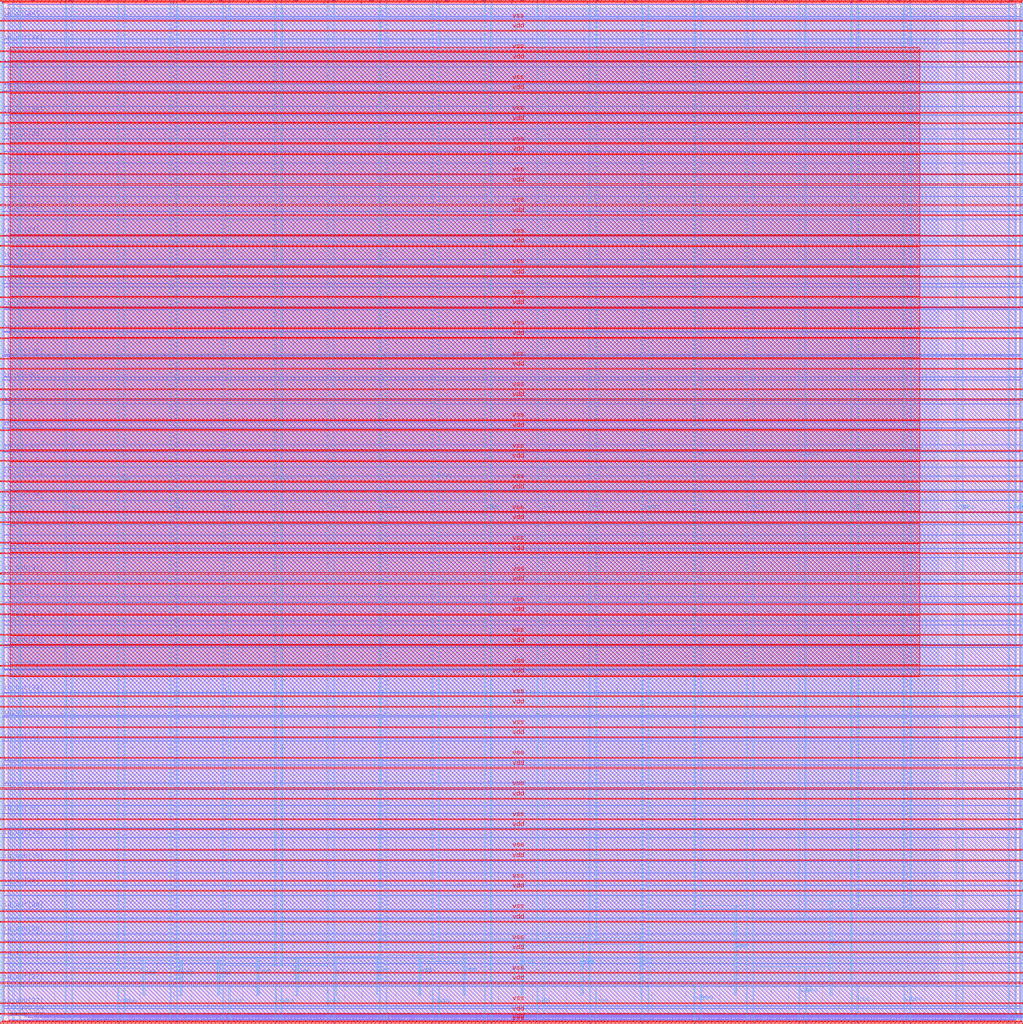
<source format=lef>
VERSION 5.7 ;
  NOWIREEXTENSIONATPIN ON ;
  DIVIDERCHAR "/" ;
  BUSBITCHARS "[]" ;
MACRO user_project_wrapper
  CLASS BLOCK ;
  FOREIGN user_project_wrapper ;
  ORIGIN 0.000 0.000 ;
  SIZE 2980.200 BY 2980.200 ;
  PIN io_in[0]
    DIRECTION INPUT ;
    USE SIGNAL ;
    PORT
      LAYER Metal3 ;
        RECT 2977.800 35.560 2985.000 36.680 ;
    END
  END io_in[0]
  PIN io_in[10]
    DIRECTION INPUT ;
    USE SIGNAL ;
    PORT
      LAYER Metal3 ;
        RECT 2977.800 2017.960 2985.000 2019.080 ;
    END
  END io_in[10]
  PIN io_in[11]
    DIRECTION INPUT ;
    USE SIGNAL ;
    ANTENNAGATEAREA 3.555000 ;
    ANTENNADIFFAREA 0.410400 ;
    PORT
      LAYER Metal3 ;
        RECT 2977.800 2216.200 2985.000 2217.320 ;
    END
  END io_in[11]
  PIN io_in[12]
    DIRECTION INPUT ;
    USE SIGNAL ;
    PORT
      LAYER Metal3 ;
        RECT 2977.800 2414.440 2985.000 2415.560 ;
    END
  END io_in[12]
  PIN io_in[13]
    DIRECTION INPUT ;
    USE SIGNAL ;
    PORT
      LAYER Metal3 ;
        RECT 2977.800 2612.680 2985.000 2613.800 ;
    END
  END io_in[13]
  PIN io_in[14]
    DIRECTION INPUT ;
    USE SIGNAL ;
    ANTENNAGATEAREA 3.555000 ;
    ANTENNADIFFAREA 0.410400 ;
    PORT
      LAYER Metal3 ;
        RECT 2977.800 2810.920 2985.000 2812.040 ;
    END
  END io_in[14]
  PIN io_in[15]
    DIRECTION INPUT ;
    USE SIGNAL ;
    ANTENNAGATEAREA 4.738000 ;
    ANTENNADIFFAREA 0.410400 ;
    PORT
      LAYER Metal2 ;
        RECT 2923.480 2977.800 2924.600 2985.000 ;
    END
  END io_in[15]
  PIN io_in[16]
    DIRECTION INPUT ;
    USE SIGNAL ;
    ANTENNAGATEAREA 4.408000 ;
    ANTENNADIFFAREA 0.410400 ;
    PORT
      LAYER Metal2 ;
        RECT 2592.520 2977.800 2593.640 2985.000 ;
    END
  END io_in[16]
  PIN io_in[17]
    DIRECTION INPUT ;
    USE SIGNAL ;
    ANTENNAGATEAREA 4.408000 ;
    ANTENNADIFFAREA 0.410400 ;
    PORT
      LAYER Metal2 ;
        RECT 2261.560 2977.800 2262.680 2985.000 ;
    END
  END io_in[17]
  PIN io_in[18]
    DIRECTION INPUT ;
    USE SIGNAL ;
    ANTENNAGATEAREA 4.408000 ;
    ANTENNADIFFAREA 0.410400 ;
    PORT
      LAYER Metal2 ;
        RECT 1930.600 2977.800 1931.720 2985.000 ;
    END
  END io_in[18]
  PIN io_in[19]
    DIRECTION INPUT ;
    USE SIGNAL ;
    ANTENNAGATEAREA 2.369000 ;
    ANTENNADIFFAREA 0.410400 ;
    PORT
      LAYER Metal2 ;
        RECT 1599.640 2977.800 1600.760 2985.000 ;
    END
  END io_in[19]
  PIN io_in[1]
    DIRECTION INPUT ;
    USE SIGNAL ;
    PORT
      LAYER Metal3 ;
        RECT 2977.800 233.800 2985.000 234.920 ;
    END
  END io_in[1]
  PIN io_in[20]
    DIRECTION INPUT ;
    USE SIGNAL ;
    ANTENNAGATEAREA 2.369000 ;
    ANTENNADIFFAREA 0.410400 ;
    PORT
      LAYER Metal2 ;
        RECT 1268.680 2977.800 1269.800 2985.000 ;
    END
  END io_in[20]
  PIN io_in[21]
    DIRECTION INPUT ;
    USE SIGNAL ;
    ANTENNAGATEAREA 2.369000 ;
    ANTENNADIFFAREA 0.410400 ;
    PORT
      LAYER Metal2 ;
        RECT 937.720 2977.800 938.840 2985.000 ;
    END
  END io_in[21]
  PIN io_in[22]
    DIRECTION INPUT ;
    USE SIGNAL ;
    ANTENNAGATEAREA 2.369000 ;
    ANTENNADIFFAREA 0.410400 ;
    PORT
      LAYER Metal2 ;
        RECT 606.760 2977.800 607.880 2985.000 ;
    END
  END io_in[22]
  PIN io_in[23]
    DIRECTION INPUT ;
    USE SIGNAL ;
    ANTENNAGATEAREA 4.408000 ;
    ANTENNADIFFAREA 0.410400 ;
    PORT
      LAYER Metal2 ;
        RECT 275.800 2977.800 276.920 2985.000 ;
    END
  END io_in[23]
  PIN io_in[24]
    DIRECTION INPUT ;
    USE SIGNAL ;
    ANTENNAGATEAREA 4.408000 ;
    ANTENNADIFFAREA 0.410400 ;
    PORT
      LAYER Metal3 ;
        RECT -4.800 2935.800 2.400 2936.920 ;
    END
  END io_in[24]
  PIN io_in[25]
    DIRECTION INPUT ;
    USE SIGNAL ;
    ANTENNAGATEAREA 4.408000 ;
    ANTENNADIFFAREA 0.410400 ;
    PORT
      LAYER Metal3 ;
        RECT -4.800 2724.120 2.400 2725.240 ;
    END
  END io_in[25]
  PIN io_in[26]
    DIRECTION INPUT ;
    USE SIGNAL ;
    ANTENNAGATEAREA 4.408000 ;
    ANTENNADIFFAREA 0.410400 ;
    PORT
      LAYER Metal3 ;
        RECT -4.800 2512.440 2.400 2513.560 ;
    END
  END io_in[26]
  PIN io_in[27]
    DIRECTION INPUT ;
    USE SIGNAL ;
    ANTENNAGATEAREA 2.369000 ;
    ANTENNADIFFAREA 0.410400 ;
    PORT
      LAYER Metal3 ;
        RECT -4.800 2300.760 2.400 2301.880 ;
    END
  END io_in[27]
  PIN io_in[28]
    DIRECTION INPUT ;
    USE SIGNAL ;
    ANTENNAGATEAREA 2.369000 ;
    ANTENNADIFFAREA 0.410400 ;
    PORT
      LAYER Metal3 ;
        RECT -4.800 2089.080 2.400 2090.200 ;
    END
  END io_in[28]
  PIN io_in[29]
    DIRECTION INPUT ;
    USE SIGNAL ;
    ANTENNAGATEAREA 2.204000 ;
    ANTENNADIFFAREA 0.410400 ;
    PORT
      LAYER Metal3 ;
        RECT -4.800 1877.400 2.400 1878.520 ;
    END
  END io_in[29]
  PIN io_in[2]
    DIRECTION INPUT ;
    USE SIGNAL ;
    PORT
      LAYER Metal3 ;
        RECT 2977.800 432.040 2985.000 433.160 ;
    END
  END io_in[2]
  PIN io_in[30]
    DIRECTION INPUT ;
    USE SIGNAL ;
    ANTENNAGATEAREA 2.204000 ;
    ANTENNADIFFAREA 0.410400 ;
    PORT
      LAYER Metal3 ;
        RECT -4.800 1665.720 2.400 1666.840 ;
    END
  END io_in[30]
  PIN io_in[31]
    DIRECTION INPUT ;
    USE SIGNAL ;
    ANTENNAGATEAREA 2.204000 ;
    ANTENNADIFFAREA 0.410400 ;
    PORT
      LAYER Metal3 ;
        RECT -4.800 1454.040 2.400 1455.160 ;
    END
  END io_in[31]
  PIN io_in[32]
    DIRECTION INPUT ;
    USE SIGNAL ;
    ANTENNAGATEAREA 1.102000 ;
    ANTENNADIFFAREA 0.410400 ;
    PORT
      LAYER Metal3 ;
        RECT -4.800 1242.360 2.400 1243.480 ;
    END
  END io_in[32]
  PIN io_in[33]
    DIRECTION INPUT ;
    USE SIGNAL ;
    ANTENNAGATEAREA 2.204000 ;
    ANTENNADIFFAREA 0.410400 ;
    PORT
      LAYER Metal3 ;
        RECT -4.800 1030.680 2.400 1031.800 ;
    END
  END io_in[33]
  PIN io_in[34]
    DIRECTION INPUT ;
    USE SIGNAL ;
    ANTENNAGATEAREA 2.204000 ;
    ANTENNADIFFAREA 0.410400 ;
    PORT
      LAYER Metal3 ;
        RECT -4.800 819.000 2.400 820.120 ;
    END
  END io_in[34]
  PIN io_in[35]
    DIRECTION INPUT ;
    USE SIGNAL ;
    ANTENNAGATEAREA 2.369000 ;
    ANTENNADIFFAREA 0.410400 ;
    PORT
      LAYER Metal3 ;
        RECT -4.800 607.320 2.400 608.440 ;
    END
  END io_in[35]
  PIN io_in[36]
    DIRECTION INPUT ;
    USE SIGNAL ;
    ANTENNAGATEAREA 2.369000 ;
    ANTENNADIFFAREA 0.410400 ;
    PORT
      LAYER Metal3 ;
        RECT -4.800 395.640 2.400 396.760 ;
    END
  END io_in[36]
  PIN io_in[37]
    DIRECTION INPUT ;
    USE SIGNAL ;
    ANTENNAGATEAREA 2.369000 ;
    ANTENNADIFFAREA 0.410400 ;
    PORT
      LAYER Metal3 ;
        RECT -4.800 183.960 2.400 185.080 ;
    END
  END io_in[37]
  PIN io_in[3]
    DIRECTION INPUT ;
    USE SIGNAL ;
    PORT
      LAYER Metal3 ;
        RECT 2977.800 630.280 2985.000 631.400 ;
    END
  END io_in[3]
  PIN io_in[4]
    DIRECTION INPUT ;
    USE SIGNAL ;
    PORT
      LAYER Metal3 ;
        RECT 2977.800 828.520 2985.000 829.640 ;
    END
  END io_in[4]
  PIN io_in[5]
    DIRECTION INPUT ;
    USE SIGNAL ;
    PORT
      LAYER Metal3 ;
        RECT 2977.800 1026.760 2985.000 1027.880 ;
    END
  END io_in[5]
  PIN io_in[6]
    DIRECTION INPUT ;
    USE SIGNAL ;
    PORT
      LAYER Metal3 ;
        RECT 2977.800 1225.000 2985.000 1226.120 ;
    END
  END io_in[6]
  PIN io_in[7]
    DIRECTION INPUT ;
    USE SIGNAL ;
    ANTENNAGATEAREA 2.204000 ;
    ANTENNADIFFAREA 0.410400 ;
    PORT
      LAYER Metal3 ;
        RECT 2977.800 1423.240 2985.000 1424.360 ;
    END
  END io_in[7]
  PIN io_in[8]
    DIRECTION INPUT ;
    USE SIGNAL ;
    PORT
      LAYER Metal3 ;
        RECT 2977.800 1621.480 2985.000 1622.600 ;
    END
  END io_in[8]
  PIN io_in[9]
    DIRECTION INPUT ;
    USE SIGNAL ;
    ANTENNAGATEAREA 4.408000 ;
    ANTENNADIFFAREA 0.410400 ;
    PORT
      LAYER Metal3 ;
        RECT 2977.800 1819.720 2985.000 1820.840 ;
    END
  END io_in[9]
  PIN io_oeb[0]
    DIRECTION OUTPUT TRISTATE ;
    USE SIGNAL ;
    ANTENNADIFFAREA 0.536800 ;
    PORT
      LAYER Metal3 ;
        RECT 2977.800 167.720 2985.000 168.840 ;
    END
  END io_oeb[0]
  PIN io_oeb[10]
    DIRECTION OUTPUT TRISTATE ;
    USE SIGNAL ;
    ANTENNADIFFAREA 0.360800 ;
    PORT
      LAYER Metal3 ;
        RECT 2977.800 2150.120 2985.000 2151.240 ;
    END
  END io_oeb[10]
  PIN io_oeb[11]
    DIRECTION OUTPUT TRISTATE ;
    USE SIGNAL ;
    ANTENNADIFFAREA 0.536800 ;
    PORT
      LAYER Metal3 ;
        RECT 2977.800 2348.360 2985.000 2349.480 ;
    END
  END io_oeb[11]
  PIN io_oeb[12]
    DIRECTION OUTPUT TRISTATE ;
    USE SIGNAL ;
    ANTENNADIFFAREA 0.360800 ;
    PORT
      LAYER Metal3 ;
        RECT 2977.800 2546.600 2985.000 2547.720 ;
    END
  END io_oeb[12]
  PIN io_oeb[13]
    DIRECTION OUTPUT TRISTATE ;
    USE SIGNAL ;
    ANTENNADIFFAREA 0.360800 ;
    PORT
      LAYER Metal3 ;
        RECT 2977.800 2744.840 2985.000 2745.960 ;
    END
  END io_oeb[13]
  PIN io_oeb[14]
    DIRECTION OUTPUT TRISTATE ;
    USE SIGNAL ;
    ANTENNADIFFAREA 4.731200 ;
    PORT
      LAYER Metal3 ;
        RECT 2977.800 2943.080 2985.000 2944.200 ;
    END
  END io_oeb[14]
  PIN io_oeb[15]
    DIRECTION OUTPUT TRISTATE ;
    USE SIGNAL ;
    ANTENNADIFFAREA 4.731200 ;
    PORT
      LAYER Metal2 ;
        RECT 2702.840 2977.800 2703.960 2985.000 ;
    END
  END io_oeb[15]
  PIN io_oeb[16]
    DIRECTION OUTPUT TRISTATE ;
    USE SIGNAL ;
    ANTENNADIFFAREA 4.731200 ;
    PORT
      LAYER Metal2 ;
        RECT 2371.880 2977.800 2373.000 2985.000 ;
    END
  END io_oeb[16]
  PIN io_oeb[17]
    DIRECTION OUTPUT TRISTATE ;
    USE SIGNAL ;
    ANTENNADIFFAREA 4.731200 ;
    PORT
      LAYER Metal2 ;
        RECT 2040.920 2977.800 2042.040 2985.000 ;
    END
  END io_oeb[17]
  PIN io_oeb[18]
    DIRECTION OUTPUT TRISTATE ;
    USE SIGNAL ;
    ANTENNADIFFAREA 4.731200 ;
    PORT
      LAYER Metal2 ;
        RECT 1709.960 2977.800 1711.080 2985.000 ;
    END
  END io_oeb[18]
  PIN io_oeb[19]
    DIRECTION OUTPUT TRISTATE ;
    USE SIGNAL ;
    ANTENNADIFFAREA 4.731200 ;
    PORT
      LAYER Metal2 ;
        RECT 1379.000 2977.800 1380.120 2985.000 ;
    END
  END io_oeb[19]
  PIN io_oeb[1]
    DIRECTION OUTPUT TRISTATE ;
    USE SIGNAL ;
    ANTENNADIFFAREA 0.536800 ;
    PORT
      LAYER Metal3 ;
        RECT 2977.800 365.960 2985.000 367.080 ;
    END
  END io_oeb[1]
  PIN io_oeb[20]
    DIRECTION OUTPUT TRISTATE ;
    USE SIGNAL ;
    ANTENNADIFFAREA 4.731200 ;
    PORT
      LAYER Metal2 ;
        RECT 1048.040 2977.800 1049.160 2985.000 ;
    END
  END io_oeb[20]
  PIN io_oeb[21]
    DIRECTION OUTPUT TRISTATE ;
    USE SIGNAL ;
    ANTENNADIFFAREA 4.731200 ;
    PORT
      LAYER Metal2 ;
        RECT 717.080 2977.800 718.200 2985.000 ;
    END
  END io_oeb[21]
  PIN io_oeb[22]
    DIRECTION OUTPUT TRISTATE ;
    USE SIGNAL ;
    ANTENNADIFFAREA 4.731200 ;
    PORT
      LAYER Metal2 ;
        RECT 386.120 2977.800 387.240 2985.000 ;
    END
  END io_oeb[22]
  PIN io_oeb[23]
    DIRECTION OUTPUT TRISTATE ;
    USE SIGNAL ;
    ANTENNADIFFAREA 4.731200 ;
    PORT
      LAYER Metal2 ;
        RECT 55.160 2977.800 56.280 2985.000 ;
    END
  END io_oeb[23]
  PIN io_oeb[24]
    DIRECTION OUTPUT TRISTATE ;
    USE SIGNAL ;
    ANTENNADIFFAREA 4.731200 ;
    PORT
      LAYER Metal3 ;
        RECT -4.800 2794.680 2.400 2795.800 ;
    END
  END io_oeb[24]
  PIN io_oeb[25]
    DIRECTION OUTPUT TRISTATE ;
    USE SIGNAL ;
    ANTENNADIFFAREA 4.731200 ;
    PORT
      LAYER Metal3 ;
        RECT -4.800 2583.000 2.400 2584.120 ;
    END
  END io_oeb[25]
  PIN io_oeb[26]
    DIRECTION OUTPUT TRISTATE ;
    USE SIGNAL ;
    ANTENNADIFFAREA 4.731200 ;
    PORT
      LAYER Metal3 ;
        RECT -4.800 2371.320 2.400 2372.440 ;
    END
  END io_oeb[26]
  PIN io_oeb[27]
    DIRECTION OUTPUT TRISTATE ;
    USE SIGNAL ;
    ANTENNADIFFAREA 4.731200 ;
    PORT
      LAYER Metal3 ;
        RECT -4.800 2159.640 2.400 2160.760 ;
    END
  END io_oeb[27]
  PIN io_oeb[28]
    DIRECTION OUTPUT TRISTATE ;
    USE SIGNAL ;
    ANTENNADIFFAREA 4.731200 ;
    PORT
      LAYER Metal3 ;
        RECT -4.800 1947.960 2.400 1949.080 ;
    END
  END io_oeb[28]
  PIN io_oeb[29]
    DIRECTION OUTPUT TRISTATE ;
    USE SIGNAL ;
    ANTENNADIFFAREA 4.731200 ;
    PORT
      LAYER Metal3 ;
        RECT -4.800 1736.280 2.400 1737.400 ;
    END
  END io_oeb[29]
  PIN io_oeb[2]
    DIRECTION OUTPUT TRISTATE ;
    USE SIGNAL ;
    ANTENNADIFFAREA 0.536800 ;
    PORT
      LAYER Metal3 ;
        RECT 2977.800 564.200 2985.000 565.320 ;
    END
  END io_oeb[2]
  PIN io_oeb[30]
    DIRECTION OUTPUT TRISTATE ;
    USE SIGNAL ;
    ANTENNADIFFAREA 4.731200 ;
    PORT
      LAYER Metal3 ;
        RECT -4.800 1524.600 2.400 1525.720 ;
    END
  END io_oeb[30]
  PIN io_oeb[31]
    DIRECTION OUTPUT TRISTATE ;
    USE SIGNAL ;
    ANTENNADIFFAREA 4.731200 ;
    PORT
      LAYER Metal3 ;
        RECT -4.800 1312.920 2.400 1314.040 ;
    END
  END io_oeb[31]
  PIN io_oeb[32]
    DIRECTION OUTPUT TRISTATE ;
    USE SIGNAL ;
    ANTENNADIFFAREA 4.731200 ;
    PORT
      LAYER Metal3 ;
        RECT -4.800 1101.240 2.400 1102.360 ;
    END
  END io_oeb[32]
  PIN io_oeb[33]
    DIRECTION OUTPUT TRISTATE ;
    USE SIGNAL ;
    ANTENNADIFFAREA 4.731200 ;
    PORT
      LAYER Metal3 ;
        RECT -4.800 889.560 2.400 890.680 ;
    END
  END io_oeb[33]
  PIN io_oeb[34]
    DIRECTION OUTPUT TRISTATE ;
    USE SIGNAL ;
    ANTENNADIFFAREA 4.731200 ;
    PORT
      LAYER Metal3 ;
        RECT -4.800 677.880 2.400 679.000 ;
    END
  END io_oeb[34]
  PIN io_oeb[35]
    DIRECTION OUTPUT TRISTATE ;
    USE SIGNAL ;
    ANTENNADIFFAREA 4.731200 ;
    PORT
      LAYER Metal3 ;
        RECT -4.800 466.200 2.400 467.320 ;
    END
  END io_oeb[35]
  PIN io_oeb[36]
    DIRECTION OUTPUT TRISTATE ;
    USE SIGNAL ;
    ANTENNADIFFAREA 4.731200 ;
    PORT
      LAYER Metal3 ;
        RECT -4.800 254.520 2.400 255.640 ;
    END
  END io_oeb[36]
  PIN io_oeb[37]
    DIRECTION OUTPUT TRISTATE ;
    USE SIGNAL ;
    ANTENNADIFFAREA 4.731200 ;
    PORT
      LAYER Metal3 ;
        RECT -4.800 42.840 2.400 43.960 ;
    END
  END io_oeb[37]
  PIN io_oeb[3]
    DIRECTION OUTPUT TRISTATE ;
    USE SIGNAL ;
    ANTENNADIFFAREA 0.536800 ;
    PORT
      LAYER Metal3 ;
        RECT 2977.800 762.440 2985.000 763.560 ;
    END
  END io_oeb[3]
  PIN io_oeb[4]
    DIRECTION OUTPUT TRISTATE ;
    USE SIGNAL ;
    ANTENNADIFFAREA 0.536800 ;
    PORT
      LAYER Metal3 ;
        RECT 2977.800 960.680 2985.000 961.800 ;
    END
  END io_oeb[4]
  PIN io_oeb[5]
    DIRECTION OUTPUT TRISTATE ;
    USE SIGNAL ;
    ANTENNADIFFAREA 0.360800 ;
    PORT
      LAYER Metal3 ;
        RECT 2977.800 1158.920 2985.000 1160.040 ;
    END
  END io_oeb[5]
  PIN io_oeb[6]
    DIRECTION OUTPUT TRISTATE ;
    USE SIGNAL ;
    ANTENNADIFFAREA 0.360800 ;
    PORT
      LAYER Metal3 ;
        RECT 2977.800 1357.160 2985.000 1358.280 ;
    END
  END io_oeb[6]
  PIN io_oeb[7]
    DIRECTION OUTPUT TRISTATE ;
    USE SIGNAL ;
    ANTENNADIFFAREA 0.536800 ;
    PORT
      LAYER Metal3 ;
        RECT 2977.800 1555.400 2985.000 1556.520 ;
    END
  END io_oeb[7]
  PIN io_oeb[8]
    DIRECTION OUTPUT TRISTATE ;
    USE SIGNAL ;
    ANTENNADIFFAREA 0.360800 ;
    PORT
      LAYER Metal3 ;
        RECT 2977.800 1753.640 2985.000 1754.760 ;
    END
  END io_oeb[8]
  PIN io_oeb[9]
    DIRECTION OUTPUT TRISTATE ;
    USE SIGNAL ;
    ANTENNADIFFAREA 0.536800 ;
    PORT
      LAYER Metal3 ;
        RECT 2977.800 1951.880 2985.000 1953.000 ;
    END
  END io_oeb[9]
  PIN io_out[0]
    DIRECTION OUTPUT TRISTATE ;
    USE SIGNAL ;
    ANTENNADIFFAREA 0.360800 ;
    PORT
      LAYER Metal3 ;
        RECT 2977.800 101.640 2985.000 102.760 ;
    END
  END io_out[0]
  PIN io_out[10]
    DIRECTION OUTPUT TRISTATE ;
    USE SIGNAL ;
    ANTENNADIFFAREA 4.731200 ;
    PORT
      LAYER Metal3 ;
        RECT 2977.800 2084.040 2985.000 2085.160 ;
    END
  END io_out[10]
  PIN io_out[11]
    DIRECTION OUTPUT TRISTATE ;
    USE SIGNAL ;
    ANTENNADIFFAREA 0.360800 ;
    PORT
      LAYER Metal3 ;
        RECT 2977.800 2282.280 2985.000 2283.400 ;
    END
  END io_out[11]
  PIN io_out[12]
    DIRECTION OUTPUT TRISTATE ;
    USE SIGNAL ;
    ANTENNADIFFAREA 4.731200 ;
    PORT
      LAYER Metal3 ;
        RECT 2977.800 2480.520 2985.000 2481.640 ;
    END
  END io_out[12]
  PIN io_out[13]
    DIRECTION OUTPUT TRISTATE ;
    USE SIGNAL ;
    ANTENNADIFFAREA 4.731200 ;
    PORT
      LAYER Metal3 ;
        RECT 2977.800 2678.760 2985.000 2679.880 ;
    END
  END io_out[13]
  PIN io_out[14]
    DIRECTION OUTPUT TRISTATE ;
    USE SIGNAL ;
    ANTENNADIFFAREA 4.731200 ;
    PORT
      LAYER Metal3 ;
        RECT 2977.800 2877.000 2985.000 2878.120 ;
    END
  END io_out[14]
  PIN io_out[15]
    DIRECTION OUTPUT TRISTATE ;
    USE SIGNAL ;
    ANTENNADIFFAREA 4.731200 ;
    PORT
      LAYER Metal2 ;
        RECT 2813.160 2977.800 2814.280 2985.000 ;
    END
  END io_out[15]
  PIN io_out[16]
    DIRECTION OUTPUT TRISTATE ;
    USE SIGNAL ;
    ANTENNADIFFAREA 4.731200 ;
    PORT
      LAYER Metal2 ;
        RECT 2482.200 2977.800 2483.320 2985.000 ;
    END
  END io_out[16]
  PIN io_out[17]
    DIRECTION OUTPUT TRISTATE ;
    USE SIGNAL ;
    ANTENNADIFFAREA 4.731200 ;
    PORT
      LAYER Metal2 ;
        RECT 2151.240 2977.800 2152.360 2985.000 ;
    END
  END io_out[17]
  PIN io_out[18]
    DIRECTION OUTPUT TRISTATE ;
    USE SIGNAL ;
    ANTENNADIFFAREA 4.731200 ;
    PORT
      LAYER Metal2 ;
        RECT 1820.280 2977.800 1821.400 2985.000 ;
    END
  END io_out[18]
  PIN io_out[19]
    DIRECTION OUTPUT TRISTATE ;
    USE SIGNAL ;
    ANTENNADIFFAREA 4.731200 ;
    PORT
      LAYER Metal2 ;
        RECT 1489.320 2977.800 1490.440 2985.000 ;
    END
  END io_out[19]
  PIN io_out[1]
    DIRECTION OUTPUT TRISTATE ;
    USE SIGNAL ;
    ANTENNADIFFAREA 0.360800 ;
    PORT
      LAYER Metal3 ;
        RECT 2977.800 299.880 2985.000 301.000 ;
    END
  END io_out[1]
  PIN io_out[20]
    DIRECTION OUTPUT TRISTATE ;
    USE SIGNAL ;
    ANTENNADIFFAREA 4.731200 ;
    PORT
      LAYER Metal2 ;
        RECT 1158.360 2977.800 1159.480 2985.000 ;
    END
  END io_out[20]
  PIN io_out[21]
    DIRECTION OUTPUT TRISTATE ;
    USE SIGNAL ;
    ANTENNADIFFAREA 4.731200 ;
    PORT
      LAYER Metal2 ;
        RECT 827.400 2977.800 828.520 2985.000 ;
    END
  END io_out[21]
  PIN io_out[22]
    DIRECTION OUTPUT TRISTATE ;
    USE SIGNAL ;
    ANTENNADIFFAREA 4.731200 ;
    PORT
      LAYER Metal2 ;
        RECT 496.440 2977.800 497.560 2985.000 ;
    END
  END io_out[22]
  PIN io_out[23]
    DIRECTION OUTPUT TRISTATE ;
    USE SIGNAL ;
    ANTENNADIFFAREA 4.731200 ;
    PORT
      LAYER Metal2 ;
        RECT 165.480 2977.800 166.600 2985.000 ;
    END
  END io_out[23]
  PIN io_out[24]
    DIRECTION OUTPUT TRISTATE ;
    USE SIGNAL ;
    ANTENNADIFFAREA 4.731200 ;
    PORT
      LAYER Metal3 ;
        RECT -4.800 2865.240 2.400 2866.360 ;
    END
  END io_out[24]
  PIN io_out[25]
    DIRECTION OUTPUT TRISTATE ;
    USE SIGNAL ;
    ANTENNADIFFAREA 4.731200 ;
    PORT
      LAYER Metal3 ;
        RECT -4.800 2653.560 2.400 2654.680 ;
    END
  END io_out[25]
  PIN io_out[26]
    DIRECTION OUTPUT TRISTATE ;
    USE SIGNAL ;
    ANTENNADIFFAREA 4.731200 ;
    PORT
      LAYER Metal3 ;
        RECT -4.800 2441.880 2.400 2443.000 ;
    END
  END io_out[26]
  PIN io_out[27]
    DIRECTION OUTPUT TRISTATE ;
    USE SIGNAL ;
    ANTENNADIFFAREA 4.731200 ;
    PORT
      LAYER Metal3 ;
        RECT -4.800 2230.200 2.400 2231.320 ;
    END
  END io_out[27]
  PIN io_out[28]
    DIRECTION OUTPUT TRISTATE ;
    USE SIGNAL ;
    ANTENNADIFFAREA 4.731200 ;
    PORT
      LAYER Metal3 ;
        RECT -4.800 2018.520 2.400 2019.640 ;
    END
  END io_out[28]
  PIN io_out[29]
    DIRECTION OUTPUT TRISTATE ;
    USE SIGNAL ;
    ANTENNADIFFAREA 4.731200 ;
    PORT
      LAYER Metal3 ;
        RECT -4.800 1806.840 2.400 1807.960 ;
    END
  END io_out[29]
  PIN io_out[2]
    DIRECTION OUTPUT TRISTATE ;
    USE SIGNAL ;
    ANTENNADIFFAREA 0.360800 ;
    PORT
      LAYER Metal3 ;
        RECT 2977.800 498.120 2985.000 499.240 ;
    END
  END io_out[2]
  PIN io_out[30]
    DIRECTION OUTPUT TRISTATE ;
    USE SIGNAL ;
    ANTENNADIFFAREA 4.731200 ;
    PORT
      LAYER Metal3 ;
        RECT -4.800 1595.160 2.400 1596.280 ;
    END
  END io_out[30]
  PIN io_out[31]
    DIRECTION OUTPUT TRISTATE ;
    USE SIGNAL ;
    ANTENNADIFFAREA 4.731200 ;
    PORT
      LAYER Metal3 ;
        RECT -4.800 1383.480 2.400 1384.600 ;
    END
  END io_out[31]
  PIN io_out[32]
    DIRECTION OUTPUT TRISTATE ;
    USE SIGNAL ;
    ANTENNADIFFAREA 4.731200 ;
    PORT
      LAYER Metal3 ;
        RECT -4.800 1171.800 2.400 1172.920 ;
    END
  END io_out[32]
  PIN io_out[33]
    DIRECTION OUTPUT TRISTATE ;
    USE SIGNAL ;
    ANTENNADIFFAREA 4.731200 ;
    PORT
      LAYER Metal3 ;
        RECT -4.800 960.120 2.400 961.240 ;
    END
  END io_out[33]
  PIN io_out[34]
    DIRECTION OUTPUT TRISTATE ;
    USE SIGNAL ;
    ANTENNADIFFAREA 4.731200 ;
    PORT
      LAYER Metal3 ;
        RECT -4.800 748.440 2.400 749.560 ;
    END
  END io_out[34]
  PIN io_out[35]
    DIRECTION OUTPUT TRISTATE ;
    USE SIGNAL ;
    ANTENNADIFFAREA 4.731200 ;
    PORT
      LAYER Metal3 ;
        RECT -4.800 536.760 2.400 537.880 ;
    END
  END io_out[35]
  PIN io_out[36]
    DIRECTION OUTPUT TRISTATE ;
    USE SIGNAL ;
    ANTENNADIFFAREA 4.731200 ;
    PORT
      LAYER Metal3 ;
        RECT -4.800 325.080 2.400 326.200 ;
    END
  END io_out[36]
  PIN io_out[37]
    DIRECTION OUTPUT TRISTATE ;
    USE SIGNAL ;
    ANTENNADIFFAREA 4.731200 ;
    PORT
      LAYER Metal3 ;
        RECT -4.800 113.400 2.400 114.520 ;
    END
  END io_out[37]
  PIN io_out[3]
    DIRECTION OUTPUT TRISTATE ;
    USE SIGNAL ;
    ANTENNADIFFAREA 0.360800 ;
    PORT
      LAYER Metal3 ;
        RECT 2977.800 696.360 2985.000 697.480 ;
    END
  END io_out[3]
  PIN io_out[4]
    DIRECTION OUTPUT TRISTATE ;
    USE SIGNAL ;
    ANTENNADIFFAREA 0.360800 ;
    PORT
      LAYER Metal3 ;
        RECT 2977.800 894.600 2985.000 895.720 ;
    END
  END io_out[4]
  PIN io_out[5]
    DIRECTION OUTPUT TRISTATE ;
    USE SIGNAL ;
    ANTENNADIFFAREA 4.731200 ;
    PORT
      LAYER Metal3 ;
        RECT 2977.800 1092.840 2985.000 1093.960 ;
    END
  END io_out[5]
  PIN io_out[6]
    DIRECTION OUTPUT TRISTATE ;
    USE SIGNAL ;
    ANTENNADIFFAREA 4.731200 ;
    PORT
      LAYER Metal3 ;
        RECT 2977.800 1291.080 2985.000 1292.200 ;
    END
  END io_out[6]
  PIN io_out[7]
    DIRECTION OUTPUT TRISTATE ;
    USE SIGNAL ;
    ANTENNADIFFAREA 0.360800 ;
    PORT
      LAYER Metal3 ;
        RECT 2977.800 1489.320 2985.000 1490.440 ;
    END
  END io_out[7]
  PIN io_out[8]
    DIRECTION OUTPUT TRISTATE ;
    USE SIGNAL ;
    ANTENNADIFFAREA 4.731200 ;
    PORT
      LAYER Metal3 ;
        RECT 2977.800 1687.560 2985.000 1688.680 ;
    END
  END io_out[8]
  PIN io_out[9]
    DIRECTION OUTPUT TRISTATE ;
    USE SIGNAL ;
    ANTENNADIFFAREA 0.360800 ;
    PORT
      LAYER Metal3 ;
        RECT 2977.800 1885.800 2985.000 1886.920 ;
    END
  END io_out[9]
  PIN la_data_in[0]
    DIRECTION INPUT ;
    USE SIGNAL ;
    PORT
      LAYER Metal2 ;
        RECT 1065.960 -4.800 1067.080 2.400 ;
    END
  END la_data_in[0]
  PIN la_data_in[10]
    DIRECTION INPUT ;
    USE SIGNAL ;
    PORT
      LAYER Metal2 ;
        RECT 1351.560 -4.800 1352.680 2.400 ;
    END
  END la_data_in[10]
  PIN la_data_in[11]
    DIRECTION INPUT ;
    USE SIGNAL ;
    PORT
      LAYER Metal2 ;
        RECT 1380.120 -4.800 1381.240 2.400 ;
    END
  END la_data_in[11]
  PIN la_data_in[12]
    DIRECTION INPUT ;
    USE SIGNAL ;
    PORT
      LAYER Metal2 ;
        RECT 1408.680 -4.800 1409.800 2.400 ;
    END
  END la_data_in[12]
  PIN la_data_in[13]
    DIRECTION INPUT ;
    USE SIGNAL ;
    PORT
      LAYER Metal2 ;
        RECT 1437.240 -4.800 1438.360 2.400 ;
    END
  END la_data_in[13]
  PIN la_data_in[14]
    DIRECTION INPUT ;
    USE SIGNAL ;
    PORT
      LAYER Metal2 ;
        RECT 1465.800 -4.800 1466.920 2.400 ;
    END
  END la_data_in[14]
  PIN la_data_in[15]
    DIRECTION INPUT ;
    USE SIGNAL ;
    PORT
      LAYER Metal2 ;
        RECT 1494.360 -4.800 1495.480 2.400 ;
    END
  END la_data_in[15]
  PIN la_data_in[16]
    DIRECTION INPUT ;
    USE SIGNAL ;
    PORT
      LAYER Metal2 ;
        RECT 1522.920 -4.800 1524.040 2.400 ;
    END
  END la_data_in[16]
  PIN la_data_in[17]
    DIRECTION INPUT ;
    USE SIGNAL ;
    PORT
      LAYER Metal2 ;
        RECT 1551.480 -4.800 1552.600 2.400 ;
    END
  END la_data_in[17]
  PIN la_data_in[18]
    DIRECTION INPUT ;
    USE SIGNAL ;
    PORT
      LAYER Metal2 ;
        RECT 1580.040 -4.800 1581.160 2.400 ;
    END
  END la_data_in[18]
  PIN la_data_in[19]
    DIRECTION INPUT ;
    USE SIGNAL ;
    PORT
      LAYER Metal2 ;
        RECT 1608.600 -4.800 1609.720 2.400 ;
    END
  END la_data_in[19]
  PIN la_data_in[1]
    DIRECTION INPUT ;
    USE SIGNAL ;
    PORT
      LAYER Metal2 ;
        RECT 1094.520 -4.800 1095.640 2.400 ;
    END
  END la_data_in[1]
  PIN la_data_in[20]
    DIRECTION INPUT ;
    USE SIGNAL ;
    PORT
      LAYER Metal2 ;
        RECT 1637.160 -4.800 1638.280 2.400 ;
    END
  END la_data_in[20]
  PIN la_data_in[21]
    DIRECTION INPUT ;
    USE SIGNAL ;
    PORT
      LAYER Metal2 ;
        RECT 1665.720 -4.800 1666.840 2.400 ;
    END
  END la_data_in[21]
  PIN la_data_in[22]
    DIRECTION INPUT ;
    USE SIGNAL ;
    PORT
      LAYER Metal2 ;
        RECT 1694.280 -4.800 1695.400 2.400 ;
    END
  END la_data_in[22]
  PIN la_data_in[23]
    DIRECTION INPUT ;
    USE SIGNAL ;
    PORT
      LAYER Metal2 ;
        RECT 1722.840 -4.800 1723.960 2.400 ;
    END
  END la_data_in[23]
  PIN la_data_in[24]
    DIRECTION INPUT ;
    USE SIGNAL ;
    PORT
      LAYER Metal2 ;
        RECT 1751.400 -4.800 1752.520 2.400 ;
    END
  END la_data_in[24]
  PIN la_data_in[25]
    DIRECTION INPUT ;
    USE SIGNAL ;
    PORT
      LAYER Metal2 ;
        RECT 1779.960 -4.800 1781.080 2.400 ;
    END
  END la_data_in[25]
  PIN la_data_in[26]
    DIRECTION INPUT ;
    USE SIGNAL ;
    PORT
      LAYER Metal2 ;
        RECT 1808.520 -4.800 1809.640 2.400 ;
    END
  END la_data_in[26]
  PIN la_data_in[27]
    DIRECTION INPUT ;
    USE SIGNAL ;
    PORT
      LAYER Metal2 ;
        RECT 1837.080 -4.800 1838.200 2.400 ;
    END
  END la_data_in[27]
  PIN la_data_in[28]
    DIRECTION INPUT ;
    USE SIGNAL ;
    PORT
      LAYER Metal2 ;
        RECT 1865.640 -4.800 1866.760 2.400 ;
    END
  END la_data_in[28]
  PIN la_data_in[29]
    DIRECTION INPUT ;
    USE SIGNAL ;
    PORT
      LAYER Metal2 ;
        RECT 1894.200 -4.800 1895.320 2.400 ;
    END
  END la_data_in[29]
  PIN la_data_in[2]
    DIRECTION INPUT ;
    USE SIGNAL ;
    PORT
      LAYER Metal2 ;
        RECT 1123.080 -4.800 1124.200 2.400 ;
    END
  END la_data_in[2]
  PIN la_data_in[30]
    DIRECTION INPUT ;
    USE SIGNAL ;
    PORT
      LAYER Metal2 ;
        RECT 1922.760 -4.800 1923.880 2.400 ;
    END
  END la_data_in[30]
  PIN la_data_in[31]
    DIRECTION INPUT ;
    USE SIGNAL ;
    PORT
      LAYER Metal2 ;
        RECT 1951.320 -4.800 1952.440 2.400 ;
    END
  END la_data_in[31]
  PIN la_data_in[32]
    DIRECTION INPUT ;
    USE SIGNAL ;
    PORT
      LAYER Metal2 ;
        RECT 1979.880 -4.800 1981.000 2.400 ;
    END
  END la_data_in[32]
  PIN la_data_in[33]
    DIRECTION INPUT ;
    USE SIGNAL ;
    PORT
      LAYER Metal2 ;
        RECT 2008.440 -4.800 2009.560 2.400 ;
    END
  END la_data_in[33]
  PIN la_data_in[34]
    DIRECTION INPUT ;
    USE SIGNAL ;
    PORT
      LAYER Metal2 ;
        RECT 2037.000 -4.800 2038.120 2.400 ;
    END
  END la_data_in[34]
  PIN la_data_in[35]
    DIRECTION INPUT ;
    USE SIGNAL ;
    PORT
      LAYER Metal2 ;
        RECT 2065.560 -4.800 2066.680 2.400 ;
    END
  END la_data_in[35]
  PIN la_data_in[36]
    DIRECTION INPUT ;
    USE SIGNAL ;
    PORT
      LAYER Metal2 ;
        RECT 2094.120 -4.800 2095.240 2.400 ;
    END
  END la_data_in[36]
  PIN la_data_in[37]
    DIRECTION INPUT ;
    USE SIGNAL ;
    PORT
      LAYER Metal2 ;
        RECT 2122.680 -4.800 2123.800 2.400 ;
    END
  END la_data_in[37]
  PIN la_data_in[38]
    DIRECTION INPUT ;
    USE SIGNAL ;
    PORT
      LAYER Metal2 ;
        RECT 2151.240 -4.800 2152.360 2.400 ;
    END
  END la_data_in[38]
  PIN la_data_in[39]
    DIRECTION INPUT ;
    USE SIGNAL ;
    PORT
      LAYER Metal2 ;
        RECT 2179.800 -4.800 2180.920 2.400 ;
    END
  END la_data_in[39]
  PIN la_data_in[3]
    DIRECTION INPUT ;
    USE SIGNAL ;
    PORT
      LAYER Metal2 ;
        RECT 1151.640 -4.800 1152.760 2.400 ;
    END
  END la_data_in[3]
  PIN la_data_in[40]
    DIRECTION INPUT ;
    USE SIGNAL ;
    PORT
      LAYER Metal2 ;
        RECT 2208.360 -4.800 2209.480 2.400 ;
    END
  END la_data_in[40]
  PIN la_data_in[41]
    DIRECTION INPUT ;
    USE SIGNAL ;
    PORT
      LAYER Metal2 ;
        RECT 2236.920 -4.800 2238.040 2.400 ;
    END
  END la_data_in[41]
  PIN la_data_in[42]
    DIRECTION INPUT ;
    USE SIGNAL ;
    PORT
      LAYER Metal2 ;
        RECT 2265.480 -4.800 2266.600 2.400 ;
    END
  END la_data_in[42]
  PIN la_data_in[43]
    DIRECTION INPUT ;
    USE SIGNAL ;
    PORT
      LAYER Metal2 ;
        RECT 2294.040 -4.800 2295.160 2.400 ;
    END
  END la_data_in[43]
  PIN la_data_in[44]
    DIRECTION INPUT ;
    USE SIGNAL ;
    PORT
      LAYER Metal2 ;
        RECT 2322.600 -4.800 2323.720 2.400 ;
    END
  END la_data_in[44]
  PIN la_data_in[45]
    DIRECTION INPUT ;
    USE SIGNAL ;
    PORT
      LAYER Metal2 ;
        RECT 2351.160 -4.800 2352.280 2.400 ;
    END
  END la_data_in[45]
  PIN la_data_in[46]
    DIRECTION INPUT ;
    USE SIGNAL ;
    PORT
      LAYER Metal2 ;
        RECT 2379.720 -4.800 2380.840 2.400 ;
    END
  END la_data_in[46]
  PIN la_data_in[47]
    DIRECTION INPUT ;
    USE SIGNAL ;
    PORT
      LAYER Metal2 ;
        RECT 2408.280 -4.800 2409.400 2.400 ;
    END
  END la_data_in[47]
  PIN la_data_in[48]
    DIRECTION INPUT ;
    USE SIGNAL ;
    PORT
      LAYER Metal2 ;
        RECT 2436.840 -4.800 2437.960 2.400 ;
    END
  END la_data_in[48]
  PIN la_data_in[49]
    DIRECTION INPUT ;
    USE SIGNAL ;
    PORT
      LAYER Metal2 ;
        RECT 2465.400 -4.800 2466.520 2.400 ;
    END
  END la_data_in[49]
  PIN la_data_in[4]
    DIRECTION INPUT ;
    USE SIGNAL ;
    PORT
      LAYER Metal2 ;
        RECT 1180.200 -4.800 1181.320 2.400 ;
    END
  END la_data_in[4]
  PIN la_data_in[50]
    DIRECTION INPUT ;
    USE SIGNAL ;
    PORT
      LAYER Metal2 ;
        RECT 2493.960 -4.800 2495.080 2.400 ;
    END
  END la_data_in[50]
  PIN la_data_in[51]
    DIRECTION INPUT ;
    USE SIGNAL ;
    PORT
      LAYER Metal2 ;
        RECT 2522.520 -4.800 2523.640 2.400 ;
    END
  END la_data_in[51]
  PIN la_data_in[52]
    DIRECTION INPUT ;
    USE SIGNAL ;
    PORT
      LAYER Metal2 ;
        RECT 2551.080 -4.800 2552.200 2.400 ;
    END
  END la_data_in[52]
  PIN la_data_in[53]
    DIRECTION INPUT ;
    USE SIGNAL ;
    PORT
      LAYER Metal2 ;
        RECT 2579.640 -4.800 2580.760 2.400 ;
    END
  END la_data_in[53]
  PIN la_data_in[54]
    DIRECTION INPUT ;
    USE SIGNAL ;
    PORT
      LAYER Metal2 ;
        RECT 2608.200 -4.800 2609.320 2.400 ;
    END
  END la_data_in[54]
  PIN la_data_in[55]
    DIRECTION INPUT ;
    USE SIGNAL ;
    PORT
      LAYER Metal2 ;
        RECT 2636.760 -4.800 2637.880 2.400 ;
    END
  END la_data_in[55]
  PIN la_data_in[56]
    DIRECTION INPUT ;
    USE SIGNAL ;
    PORT
      LAYER Metal2 ;
        RECT 2665.320 -4.800 2666.440 2.400 ;
    END
  END la_data_in[56]
  PIN la_data_in[57]
    DIRECTION INPUT ;
    USE SIGNAL ;
    PORT
      LAYER Metal2 ;
        RECT 2693.880 -4.800 2695.000 2.400 ;
    END
  END la_data_in[57]
  PIN la_data_in[58]
    DIRECTION INPUT ;
    USE SIGNAL ;
    PORT
      LAYER Metal2 ;
        RECT 2722.440 -4.800 2723.560 2.400 ;
    END
  END la_data_in[58]
  PIN la_data_in[59]
    DIRECTION INPUT ;
    USE SIGNAL ;
    PORT
      LAYER Metal2 ;
        RECT 2751.000 -4.800 2752.120 2.400 ;
    END
  END la_data_in[59]
  PIN la_data_in[5]
    DIRECTION INPUT ;
    USE SIGNAL ;
    PORT
      LAYER Metal2 ;
        RECT 1208.760 -4.800 1209.880 2.400 ;
    END
  END la_data_in[5]
  PIN la_data_in[60]
    DIRECTION INPUT ;
    USE SIGNAL ;
    PORT
      LAYER Metal2 ;
        RECT 2779.560 -4.800 2780.680 2.400 ;
    END
  END la_data_in[60]
  PIN la_data_in[61]
    DIRECTION INPUT ;
    USE SIGNAL ;
    PORT
      LAYER Metal2 ;
        RECT 2808.120 -4.800 2809.240 2.400 ;
    END
  END la_data_in[61]
  PIN la_data_in[62]
    DIRECTION INPUT ;
    USE SIGNAL ;
    PORT
      LAYER Metal2 ;
        RECT 2836.680 -4.800 2837.800 2.400 ;
    END
  END la_data_in[62]
  PIN la_data_in[63]
    DIRECTION INPUT ;
    USE SIGNAL ;
    PORT
      LAYER Metal2 ;
        RECT 2865.240 -4.800 2866.360 2.400 ;
    END
  END la_data_in[63]
  PIN la_data_in[6]
    DIRECTION INPUT ;
    USE SIGNAL ;
    PORT
      LAYER Metal2 ;
        RECT 1237.320 -4.800 1238.440 2.400 ;
    END
  END la_data_in[6]
  PIN la_data_in[7]
    DIRECTION INPUT ;
    USE SIGNAL ;
    PORT
      LAYER Metal2 ;
        RECT 1265.880 -4.800 1267.000 2.400 ;
    END
  END la_data_in[7]
  PIN la_data_in[8]
    DIRECTION INPUT ;
    USE SIGNAL ;
    PORT
      LAYER Metal2 ;
        RECT 1294.440 -4.800 1295.560 2.400 ;
    END
  END la_data_in[8]
  PIN la_data_in[9]
    DIRECTION INPUT ;
    USE SIGNAL ;
    PORT
      LAYER Metal2 ;
        RECT 1323.000 -4.800 1324.120 2.400 ;
    END
  END la_data_in[9]
  PIN la_data_out[0]
    DIRECTION OUTPUT TRISTATE ;
    USE SIGNAL ;
    ANTENNADIFFAREA 0.360800 ;
    PORT
      LAYER Metal2 ;
        RECT 1075.480 -4.800 1076.600 2.400 ;
    END
  END la_data_out[0]
  PIN la_data_out[10]
    DIRECTION OUTPUT TRISTATE ;
    USE SIGNAL ;
    ANTENNADIFFAREA 0.360800 ;
    PORT
      LAYER Metal2 ;
        RECT 1361.080 -4.800 1362.200 2.400 ;
    END
  END la_data_out[10]
  PIN la_data_out[11]
    DIRECTION OUTPUT TRISTATE ;
    USE SIGNAL ;
    ANTENNADIFFAREA 0.360800 ;
    PORT
      LAYER Metal2 ;
        RECT 1389.640 -4.800 1390.760 2.400 ;
    END
  END la_data_out[11]
  PIN la_data_out[12]
    DIRECTION OUTPUT TRISTATE ;
    USE SIGNAL ;
    ANTENNADIFFAREA 0.360800 ;
    PORT
      LAYER Metal2 ;
        RECT 1418.200 -4.800 1419.320 2.400 ;
    END
  END la_data_out[12]
  PIN la_data_out[13]
    DIRECTION OUTPUT TRISTATE ;
    USE SIGNAL ;
    ANTENNADIFFAREA 0.360800 ;
    PORT
      LAYER Metal2 ;
        RECT 1446.760 -4.800 1447.880 2.400 ;
    END
  END la_data_out[13]
  PIN la_data_out[14]
    DIRECTION OUTPUT TRISTATE ;
    USE SIGNAL ;
    ANTENNADIFFAREA 0.360800 ;
    PORT
      LAYER Metal2 ;
        RECT 1475.320 -4.800 1476.440 2.400 ;
    END
  END la_data_out[14]
  PIN la_data_out[15]
    DIRECTION OUTPUT TRISTATE ;
    USE SIGNAL ;
    ANTENNADIFFAREA 0.360800 ;
    PORT
      LAYER Metal2 ;
        RECT 1503.880 -4.800 1505.000 2.400 ;
    END
  END la_data_out[15]
  PIN la_data_out[16]
    DIRECTION OUTPUT TRISTATE ;
    USE SIGNAL ;
    ANTENNADIFFAREA 0.360800 ;
    PORT
      LAYER Metal2 ;
        RECT 1532.440 -4.800 1533.560 2.400 ;
    END
  END la_data_out[16]
  PIN la_data_out[17]
    DIRECTION OUTPUT TRISTATE ;
    USE SIGNAL ;
    ANTENNADIFFAREA 0.360800 ;
    PORT
      LAYER Metal2 ;
        RECT 1561.000 -4.800 1562.120 2.400 ;
    END
  END la_data_out[17]
  PIN la_data_out[18]
    DIRECTION OUTPUT TRISTATE ;
    USE SIGNAL ;
    ANTENNADIFFAREA 0.360800 ;
    PORT
      LAYER Metal2 ;
        RECT 1589.560 -4.800 1590.680 2.400 ;
    END
  END la_data_out[18]
  PIN la_data_out[19]
    DIRECTION OUTPUT TRISTATE ;
    USE SIGNAL ;
    ANTENNADIFFAREA 0.360800 ;
    PORT
      LAYER Metal2 ;
        RECT 1618.120 -4.800 1619.240 2.400 ;
    END
  END la_data_out[19]
  PIN la_data_out[1]
    DIRECTION OUTPUT TRISTATE ;
    USE SIGNAL ;
    ANTENNADIFFAREA 0.360800 ;
    PORT
      LAYER Metal2 ;
        RECT 1104.040 -4.800 1105.160 2.400 ;
    END
  END la_data_out[1]
  PIN la_data_out[20]
    DIRECTION OUTPUT TRISTATE ;
    USE SIGNAL ;
    ANTENNADIFFAREA 0.360800 ;
    PORT
      LAYER Metal2 ;
        RECT 1646.680 -4.800 1647.800 2.400 ;
    END
  END la_data_out[20]
  PIN la_data_out[21]
    DIRECTION OUTPUT TRISTATE ;
    USE SIGNAL ;
    ANTENNADIFFAREA 0.360800 ;
    PORT
      LAYER Metal2 ;
        RECT 1675.240 -4.800 1676.360 2.400 ;
    END
  END la_data_out[21]
  PIN la_data_out[22]
    DIRECTION OUTPUT TRISTATE ;
    USE SIGNAL ;
    ANTENNADIFFAREA 0.360800 ;
    PORT
      LAYER Metal2 ;
        RECT 1703.800 -4.800 1704.920 2.400 ;
    END
  END la_data_out[22]
  PIN la_data_out[23]
    DIRECTION OUTPUT TRISTATE ;
    USE SIGNAL ;
    ANTENNADIFFAREA 0.360800 ;
    PORT
      LAYER Metal2 ;
        RECT 1732.360 -4.800 1733.480 2.400 ;
    END
  END la_data_out[23]
  PIN la_data_out[24]
    DIRECTION OUTPUT TRISTATE ;
    USE SIGNAL ;
    ANTENNADIFFAREA 0.360800 ;
    PORT
      LAYER Metal2 ;
        RECT 1760.920 -4.800 1762.040 2.400 ;
    END
  END la_data_out[24]
  PIN la_data_out[25]
    DIRECTION OUTPUT TRISTATE ;
    USE SIGNAL ;
    ANTENNADIFFAREA 0.360800 ;
    PORT
      LAYER Metal2 ;
        RECT 1789.480 -4.800 1790.600 2.400 ;
    END
  END la_data_out[25]
  PIN la_data_out[26]
    DIRECTION OUTPUT TRISTATE ;
    USE SIGNAL ;
    ANTENNADIFFAREA 0.360800 ;
    PORT
      LAYER Metal2 ;
        RECT 1818.040 -4.800 1819.160 2.400 ;
    END
  END la_data_out[26]
  PIN la_data_out[27]
    DIRECTION OUTPUT TRISTATE ;
    USE SIGNAL ;
    ANTENNADIFFAREA 0.360800 ;
    PORT
      LAYER Metal2 ;
        RECT 1846.600 -4.800 1847.720 2.400 ;
    END
  END la_data_out[27]
  PIN la_data_out[28]
    DIRECTION OUTPUT TRISTATE ;
    USE SIGNAL ;
    ANTENNADIFFAREA 0.360800 ;
    PORT
      LAYER Metal2 ;
        RECT 1875.160 -4.800 1876.280 2.400 ;
    END
  END la_data_out[28]
  PIN la_data_out[29]
    DIRECTION OUTPUT TRISTATE ;
    USE SIGNAL ;
    ANTENNADIFFAREA 0.360800 ;
    PORT
      LAYER Metal2 ;
        RECT 1903.720 -4.800 1904.840 2.400 ;
    END
  END la_data_out[29]
  PIN la_data_out[2]
    DIRECTION OUTPUT TRISTATE ;
    USE SIGNAL ;
    ANTENNADIFFAREA 0.360800 ;
    PORT
      LAYER Metal2 ;
        RECT 1132.600 -4.800 1133.720 2.400 ;
    END
  END la_data_out[2]
  PIN la_data_out[30]
    DIRECTION OUTPUT TRISTATE ;
    USE SIGNAL ;
    ANTENNADIFFAREA 0.360800 ;
    PORT
      LAYER Metal2 ;
        RECT 1932.280 -4.800 1933.400 2.400 ;
    END
  END la_data_out[30]
  PIN la_data_out[31]
    DIRECTION OUTPUT TRISTATE ;
    USE SIGNAL ;
    ANTENNADIFFAREA 0.360800 ;
    PORT
      LAYER Metal2 ;
        RECT 1960.840 -4.800 1961.960 2.400 ;
    END
  END la_data_out[31]
  PIN la_data_out[32]
    DIRECTION OUTPUT TRISTATE ;
    USE SIGNAL ;
    ANTENNADIFFAREA 0.360800 ;
    PORT
      LAYER Metal2 ;
        RECT 1989.400 -4.800 1990.520 2.400 ;
    END
  END la_data_out[32]
  PIN la_data_out[33]
    DIRECTION OUTPUT TRISTATE ;
    USE SIGNAL ;
    ANTENNADIFFAREA 0.360800 ;
    PORT
      LAYER Metal2 ;
        RECT 2017.960 -4.800 2019.080 2.400 ;
    END
  END la_data_out[33]
  PIN la_data_out[34]
    DIRECTION OUTPUT TRISTATE ;
    USE SIGNAL ;
    ANTENNADIFFAREA 0.360800 ;
    PORT
      LAYER Metal2 ;
        RECT 2046.520 -4.800 2047.640 2.400 ;
    END
  END la_data_out[34]
  PIN la_data_out[35]
    DIRECTION OUTPUT TRISTATE ;
    USE SIGNAL ;
    ANTENNADIFFAREA 0.360800 ;
    PORT
      LAYER Metal2 ;
        RECT 2075.080 -4.800 2076.200 2.400 ;
    END
  END la_data_out[35]
  PIN la_data_out[36]
    DIRECTION OUTPUT TRISTATE ;
    USE SIGNAL ;
    ANTENNADIFFAREA 0.360800 ;
    PORT
      LAYER Metal2 ;
        RECT 2103.640 -4.800 2104.760 2.400 ;
    END
  END la_data_out[36]
  PIN la_data_out[37]
    DIRECTION OUTPUT TRISTATE ;
    USE SIGNAL ;
    ANTENNADIFFAREA 0.360800 ;
    PORT
      LAYER Metal2 ;
        RECT 2132.200 -4.800 2133.320 2.400 ;
    END
  END la_data_out[37]
  PIN la_data_out[38]
    DIRECTION OUTPUT TRISTATE ;
    USE SIGNAL ;
    ANTENNADIFFAREA 0.360800 ;
    PORT
      LAYER Metal2 ;
        RECT 2160.760 -4.800 2161.880 2.400 ;
    END
  END la_data_out[38]
  PIN la_data_out[39]
    DIRECTION OUTPUT TRISTATE ;
    USE SIGNAL ;
    ANTENNADIFFAREA 0.360800 ;
    PORT
      LAYER Metal2 ;
        RECT 2189.320 -4.800 2190.440 2.400 ;
    END
  END la_data_out[39]
  PIN la_data_out[3]
    DIRECTION OUTPUT TRISTATE ;
    USE SIGNAL ;
    ANTENNADIFFAREA 0.360800 ;
    PORT
      LAYER Metal2 ;
        RECT 1161.160 -4.800 1162.280 2.400 ;
    END
  END la_data_out[3]
  PIN la_data_out[40]
    DIRECTION OUTPUT TRISTATE ;
    USE SIGNAL ;
    ANTENNADIFFAREA 0.360800 ;
    PORT
      LAYER Metal2 ;
        RECT 2217.880 -4.800 2219.000 2.400 ;
    END
  END la_data_out[40]
  PIN la_data_out[41]
    DIRECTION OUTPUT TRISTATE ;
    USE SIGNAL ;
    ANTENNADIFFAREA 0.360800 ;
    PORT
      LAYER Metal2 ;
        RECT 2246.440 -4.800 2247.560 2.400 ;
    END
  END la_data_out[41]
  PIN la_data_out[42]
    DIRECTION OUTPUT TRISTATE ;
    USE SIGNAL ;
    ANTENNADIFFAREA 0.360800 ;
    PORT
      LAYER Metal2 ;
        RECT 2275.000 -4.800 2276.120 2.400 ;
    END
  END la_data_out[42]
  PIN la_data_out[43]
    DIRECTION OUTPUT TRISTATE ;
    USE SIGNAL ;
    ANTENNADIFFAREA 0.360800 ;
    PORT
      LAYER Metal2 ;
        RECT 2303.560 -4.800 2304.680 2.400 ;
    END
  END la_data_out[43]
  PIN la_data_out[44]
    DIRECTION OUTPUT TRISTATE ;
    USE SIGNAL ;
    ANTENNADIFFAREA 0.360800 ;
    PORT
      LAYER Metal2 ;
        RECT 2332.120 -4.800 2333.240 2.400 ;
    END
  END la_data_out[44]
  PIN la_data_out[45]
    DIRECTION OUTPUT TRISTATE ;
    USE SIGNAL ;
    ANTENNADIFFAREA 0.360800 ;
    PORT
      LAYER Metal2 ;
        RECT 2360.680 -4.800 2361.800 2.400 ;
    END
  END la_data_out[45]
  PIN la_data_out[46]
    DIRECTION OUTPUT TRISTATE ;
    USE SIGNAL ;
    ANTENNADIFFAREA 0.360800 ;
    PORT
      LAYER Metal2 ;
        RECT 2389.240 -4.800 2390.360 2.400 ;
    END
  END la_data_out[46]
  PIN la_data_out[47]
    DIRECTION OUTPUT TRISTATE ;
    USE SIGNAL ;
    ANTENNADIFFAREA 0.360800 ;
    PORT
      LAYER Metal2 ;
        RECT 2417.800 -4.800 2418.920 2.400 ;
    END
  END la_data_out[47]
  PIN la_data_out[48]
    DIRECTION OUTPUT TRISTATE ;
    USE SIGNAL ;
    ANTENNADIFFAREA 0.360800 ;
    PORT
      LAYER Metal2 ;
        RECT 2446.360 -4.800 2447.480 2.400 ;
    END
  END la_data_out[48]
  PIN la_data_out[49]
    DIRECTION OUTPUT TRISTATE ;
    USE SIGNAL ;
    ANTENNADIFFAREA 0.360800 ;
    PORT
      LAYER Metal2 ;
        RECT 2474.920 -4.800 2476.040 2.400 ;
    END
  END la_data_out[49]
  PIN la_data_out[4]
    DIRECTION OUTPUT TRISTATE ;
    USE SIGNAL ;
    ANTENNADIFFAREA 0.360800 ;
    PORT
      LAYER Metal2 ;
        RECT 1189.720 -4.800 1190.840 2.400 ;
    END
  END la_data_out[4]
  PIN la_data_out[50]
    DIRECTION OUTPUT TRISTATE ;
    USE SIGNAL ;
    ANTENNADIFFAREA 0.360800 ;
    PORT
      LAYER Metal2 ;
        RECT 2503.480 -4.800 2504.600 2.400 ;
    END
  END la_data_out[50]
  PIN la_data_out[51]
    DIRECTION OUTPUT TRISTATE ;
    USE SIGNAL ;
    ANTENNADIFFAREA 0.360800 ;
    PORT
      LAYER Metal2 ;
        RECT 2532.040 -4.800 2533.160 2.400 ;
    END
  END la_data_out[51]
  PIN la_data_out[52]
    DIRECTION OUTPUT TRISTATE ;
    USE SIGNAL ;
    ANTENNADIFFAREA 0.360800 ;
    PORT
      LAYER Metal2 ;
        RECT 2560.600 -4.800 2561.720 2.400 ;
    END
  END la_data_out[52]
  PIN la_data_out[53]
    DIRECTION OUTPUT TRISTATE ;
    USE SIGNAL ;
    ANTENNADIFFAREA 0.360800 ;
    PORT
      LAYER Metal2 ;
        RECT 2589.160 -4.800 2590.280 2.400 ;
    END
  END la_data_out[53]
  PIN la_data_out[54]
    DIRECTION OUTPUT TRISTATE ;
    USE SIGNAL ;
    ANTENNADIFFAREA 0.360800 ;
    PORT
      LAYER Metal2 ;
        RECT 2617.720 -4.800 2618.840 2.400 ;
    END
  END la_data_out[54]
  PIN la_data_out[55]
    DIRECTION OUTPUT TRISTATE ;
    USE SIGNAL ;
    ANTENNADIFFAREA 0.360800 ;
    PORT
      LAYER Metal2 ;
        RECT 2646.280 -4.800 2647.400 2.400 ;
    END
  END la_data_out[55]
  PIN la_data_out[56]
    DIRECTION OUTPUT TRISTATE ;
    USE SIGNAL ;
    ANTENNADIFFAREA 0.360800 ;
    PORT
      LAYER Metal2 ;
        RECT 2674.840 -4.800 2675.960 2.400 ;
    END
  END la_data_out[56]
  PIN la_data_out[57]
    DIRECTION OUTPUT TRISTATE ;
    USE SIGNAL ;
    ANTENNADIFFAREA 0.360800 ;
    PORT
      LAYER Metal2 ;
        RECT 2703.400 -4.800 2704.520 2.400 ;
    END
  END la_data_out[57]
  PIN la_data_out[58]
    DIRECTION OUTPUT TRISTATE ;
    USE SIGNAL ;
    ANTENNADIFFAREA 0.360800 ;
    PORT
      LAYER Metal2 ;
        RECT 2731.960 -4.800 2733.080 2.400 ;
    END
  END la_data_out[58]
  PIN la_data_out[59]
    DIRECTION OUTPUT TRISTATE ;
    USE SIGNAL ;
    ANTENNADIFFAREA 0.360800 ;
    PORT
      LAYER Metal2 ;
        RECT 2760.520 -4.800 2761.640 2.400 ;
    END
  END la_data_out[59]
  PIN la_data_out[5]
    DIRECTION OUTPUT TRISTATE ;
    USE SIGNAL ;
    ANTENNADIFFAREA 0.360800 ;
    PORT
      LAYER Metal2 ;
        RECT 1218.280 -4.800 1219.400 2.400 ;
    END
  END la_data_out[5]
  PIN la_data_out[60]
    DIRECTION OUTPUT TRISTATE ;
    USE SIGNAL ;
    ANTENNADIFFAREA 0.360800 ;
    PORT
      LAYER Metal2 ;
        RECT 2789.080 -4.800 2790.200 2.400 ;
    END
  END la_data_out[60]
  PIN la_data_out[61]
    DIRECTION OUTPUT TRISTATE ;
    USE SIGNAL ;
    ANTENNADIFFAREA 0.360800 ;
    PORT
      LAYER Metal2 ;
        RECT 2817.640 -4.800 2818.760 2.400 ;
    END
  END la_data_out[61]
  PIN la_data_out[62]
    DIRECTION OUTPUT TRISTATE ;
    USE SIGNAL ;
    ANTENNADIFFAREA 0.360800 ;
    PORT
      LAYER Metal2 ;
        RECT 2846.200 -4.800 2847.320 2.400 ;
    END
  END la_data_out[62]
  PIN la_data_out[63]
    DIRECTION OUTPUT TRISTATE ;
    USE SIGNAL ;
    ANTENNADIFFAREA 0.360800 ;
    PORT
      LAYER Metal2 ;
        RECT 2874.760 -4.800 2875.880 2.400 ;
    END
  END la_data_out[63]
  PIN la_data_out[6]
    DIRECTION OUTPUT TRISTATE ;
    USE SIGNAL ;
    ANTENNADIFFAREA 0.360800 ;
    PORT
      LAYER Metal2 ;
        RECT 1246.840 -4.800 1247.960 2.400 ;
    END
  END la_data_out[6]
  PIN la_data_out[7]
    DIRECTION OUTPUT TRISTATE ;
    USE SIGNAL ;
    ANTENNADIFFAREA 0.360800 ;
    PORT
      LAYER Metal2 ;
        RECT 1275.400 -4.800 1276.520 2.400 ;
    END
  END la_data_out[7]
  PIN la_data_out[8]
    DIRECTION OUTPUT TRISTATE ;
    USE SIGNAL ;
    ANTENNADIFFAREA 0.360800 ;
    PORT
      LAYER Metal2 ;
        RECT 1303.960 -4.800 1305.080 2.400 ;
    END
  END la_data_out[8]
  PIN la_data_out[9]
    DIRECTION OUTPUT TRISTATE ;
    USE SIGNAL ;
    ANTENNADIFFAREA 0.360800 ;
    PORT
      LAYER Metal2 ;
        RECT 1332.520 -4.800 1333.640 2.400 ;
    END
  END la_data_out[9]
  PIN la_oenb[0]
    DIRECTION INPUT ;
    USE SIGNAL ;
    PORT
      LAYER Metal2 ;
        RECT 1085.000 -4.800 1086.120 2.400 ;
    END
  END la_oenb[0]
  PIN la_oenb[10]
    DIRECTION INPUT ;
    USE SIGNAL ;
    PORT
      LAYER Metal2 ;
        RECT 1370.600 -4.800 1371.720 2.400 ;
    END
  END la_oenb[10]
  PIN la_oenb[11]
    DIRECTION INPUT ;
    USE SIGNAL ;
    PORT
      LAYER Metal2 ;
        RECT 1399.160 -4.800 1400.280 2.400 ;
    END
  END la_oenb[11]
  PIN la_oenb[12]
    DIRECTION INPUT ;
    USE SIGNAL ;
    PORT
      LAYER Metal2 ;
        RECT 1427.720 -4.800 1428.840 2.400 ;
    END
  END la_oenb[12]
  PIN la_oenb[13]
    DIRECTION INPUT ;
    USE SIGNAL ;
    PORT
      LAYER Metal2 ;
        RECT 1456.280 -4.800 1457.400 2.400 ;
    END
  END la_oenb[13]
  PIN la_oenb[14]
    DIRECTION INPUT ;
    USE SIGNAL ;
    PORT
      LAYER Metal2 ;
        RECT 1484.840 -4.800 1485.960 2.400 ;
    END
  END la_oenb[14]
  PIN la_oenb[15]
    DIRECTION INPUT ;
    USE SIGNAL ;
    PORT
      LAYER Metal2 ;
        RECT 1513.400 -4.800 1514.520 2.400 ;
    END
  END la_oenb[15]
  PIN la_oenb[16]
    DIRECTION INPUT ;
    USE SIGNAL ;
    PORT
      LAYER Metal2 ;
        RECT 1541.960 -4.800 1543.080 2.400 ;
    END
  END la_oenb[16]
  PIN la_oenb[17]
    DIRECTION INPUT ;
    USE SIGNAL ;
    PORT
      LAYER Metal2 ;
        RECT 1570.520 -4.800 1571.640 2.400 ;
    END
  END la_oenb[17]
  PIN la_oenb[18]
    DIRECTION INPUT ;
    USE SIGNAL ;
    PORT
      LAYER Metal2 ;
        RECT 1599.080 -4.800 1600.200 2.400 ;
    END
  END la_oenb[18]
  PIN la_oenb[19]
    DIRECTION INPUT ;
    USE SIGNAL ;
    PORT
      LAYER Metal2 ;
        RECT 1627.640 -4.800 1628.760 2.400 ;
    END
  END la_oenb[19]
  PIN la_oenb[1]
    DIRECTION INPUT ;
    USE SIGNAL ;
    PORT
      LAYER Metal2 ;
        RECT 1113.560 -4.800 1114.680 2.400 ;
    END
  END la_oenb[1]
  PIN la_oenb[20]
    DIRECTION INPUT ;
    USE SIGNAL ;
    PORT
      LAYER Metal2 ;
        RECT 1656.200 -4.800 1657.320 2.400 ;
    END
  END la_oenb[20]
  PIN la_oenb[21]
    DIRECTION INPUT ;
    USE SIGNAL ;
    PORT
      LAYER Metal2 ;
        RECT 1684.760 -4.800 1685.880 2.400 ;
    END
  END la_oenb[21]
  PIN la_oenb[22]
    DIRECTION INPUT ;
    USE SIGNAL ;
    PORT
      LAYER Metal2 ;
        RECT 1713.320 -4.800 1714.440 2.400 ;
    END
  END la_oenb[22]
  PIN la_oenb[23]
    DIRECTION INPUT ;
    USE SIGNAL ;
    PORT
      LAYER Metal2 ;
        RECT 1741.880 -4.800 1743.000 2.400 ;
    END
  END la_oenb[23]
  PIN la_oenb[24]
    DIRECTION INPUT ;
    USE SIGNAL ;
    PORT
      LAYER Metal2 ;
        RECT 1770.440 -4.800 1771.560 2.400 ;
    END
  END la_oenb[24]
  PIN la_oenb[25]
    DIRECTION INPUT ;
    USE SIGNAL ;
    PORT
      LAYER Metal2 ;
        RECT 1799.000 -4.800 1800.120 2.400 ;
    END
  END la_oenb[25]
  PIN la_oenb[26]
    DIRECTION INPUT ;
    USE SIGNAL ;
    PORT
      LAYER Metal2 ;
        RECT 1827.560 -4.800 1828.680 2.400 ;
    END
  END la_oenb[26]
  PIN la_oenb[27]
    DIRECTION INPUT ;
    USE SIGNAL ;
    PORT
      LAYER Metal2 ;
        RECT 1856.120 -4.800 1857.240 2.400 ;
    END
  END la_oenb[27]
  PIN la_oenb[28]
    DIRECTION INPUT ;
    USE SIGNAL ;
    PORT
      LAYER Metal2 ;
        RECT 1884.680 -4.800 1885.800 2.400 ;
    END
  END la_oenb[28]
  PIN la_oenb[29]
    DIRECTION INPUT ;
    USE SIGNAL ;
    PORT
      LAYER Metal2 ;
        RECT 1913.240 -4.800 1914.360 2.400 ;
    END
  END la_oenb[29]
  PIN la_oenb[2]
    DIRECTION INPUT ;
    USE SIGNAL ;
    PORT
      LAYER Metal2 ;
        RECT 1142.120 -4.800 1143.240 2.400 ;
    END
  END la_oenb[2]
  PIN la_oenb[30]
    DIRECTION INPUT ;
    USE SIGNAL ;
    PORT
      LAYER Metal2 ;
        RECT 1941.800 -4.800 1942.920 2.400 ;
    END
  END la_oenb[30]
  PIN la_oenb[31]
    DIRECTION INPUT ;
    USE SIGNAL ;
    PORT
      LAYER Metal2 ;
        RECT 1970.360 -4.800 1971.480 2.400 ;
    END
  END la_oenb[31]
  PIN la_oenb[32]
    DIRECTION INPUT ;
    USE SIGNAL ;
    PORT
      LAYER Metal2 ;
        RECT 1998.920 -4.800 2000.040 2.400 ;
    END
  END la_oenb[32]
  PIN la_oenb[33]
    DIRECTION INPUT ;
    USE SIGNAL ;
    PORT
      LAYER Metal2 ;
        RECT 2027.480 -4.800 2028.600 2.400 ;
    END
  END la_oenb[33]
  PIN la_oenb[34]
    DIRECTION INPUT ;
    USE SIGNAL ;
    PORT
      LAYER Metal2 ;
        RECT 2056.040 -4.800 2057.160 2.400 ;
    END
  END la_oenb[34]
  PIN la_oenb[35]
    DIRECTION INPUT ;
    USE SIGNAL ;
    PORT
      LAYER Metal2 ;
        RECT 2084.600 -4.800 2085.720 2.400 ;
    END
  END la_oenb[35]
  PIN la_oenb[36]
    DIRECTION INPUT ;
    USE SIGNAL ;
    PORT
      LAYER Metal2 ;
        RECT 2113.160 -4.800 2114.280 2.400 ;
    END
  END la_oenb[36]
  PIN la_oenb[37]
    DIRECTION INPUT ;
    USE SIGNAL ;
    PORT
      LAYER Metal2 ;
        RECT 2141.720 -4.800 2142.840 2.400 ;
    END
  END la_oenb[37]
  PIN la_oenb[38]
    DIRECTION INPUT ;
    USE SIGNAL ;
    PORT
      LAYER Metal2 ;
        RECT 2170.280 -4.800 2171.400 2.400 ;
    END
  END la_oenb[38]
  PIN la_oenb[39]
    DIRECTION INPUT ;
    USE SIGNAL ;
    PORT
      LAYER Metal2 ;
        RECT 2198.840 -4.800 2199.960 2.400 ;
    END
  END la_oenb[39]
  PIN la_oenb[3]
    DIRECTION INPUT ;
    USE SIGNAL ;
    PORT
      LAYER Metal2 ;
        RECT 1170.680 -4.800 1171.800 2.400 ;
    END
  END la_oenb[3]
  PIN la_oenb[40]
    DIRECTION INPUT ;
    USE SIGNAL ;
    PORT
      LAYER Metal2 ;
        RECT 2227.400 -4.800 2228.520 2.400 ;
    END
  END la_oenb[40]
  PIN la_oenb[41]
    DIRECTION INPUT ;
    USE SIGNAL ;
    PORT
      LAYER Metal2 ;
        RECT 2255.960 -4.800 2257.080 2.400 ;
    END
  END la_oenb[41]
  PIN la_oenb[42]
    DIRECTION INPUT ;
    USE SIGNAL ;
    PORT
      LAYER Metal2 ;
        RECT 2284.520 -4.800 2285.640 2.400 ;
    END
  END la_oenb[42]
  PIN la_oenb[43]
    DIRECTION INPUT ;
    USE SIGNAL ;
    PORT
      LAYER Metal2 ;
        RECT 2313.080 -4.800 2314.200 2.400 ;
    END
  END la_oenb[43]
  PIN la_oenb[44]
    DIRECTION INPUT ;
    USE SIGNAL ;
    PORT
      LAYER Metal2 ;
        RECT 2341.640 -4.800 2342.760 2.400 ;
    END
  END la_oenb[44]
  PIN la_oenb[45]
    DIRECTION INPUT ;
    USE SIGNAL ;
    PORT
      LAYER Metal2 ;
        RECT 2370.200 -4.800 2371.320 2.400 ;
    END
  END la_oenb[45]
  PIN la_oenb[46]
    DIRECTION INPUT ;
    USE SIGNAL ;
    PORT
      LAYER Metal2 ;
        RECT 2398.760 -4.800 2399.880 2.400 ;
    END
  END la_oenb[46]
  PIN la_oenb[47]
    DIRECTION INPUT ;
    USE SIGNAL ;
    PORT
      LAYER Metal2 ;
        RECT 2427.320 -4.800 2428.440 2.400 ;
    END
  END la_oenb[47]
  PIN la_oenb[48]
    DIRECTION INPUT ;
    USE SIGNAL ;
    PORT
      LAYER Metal2 ;
        RECT 2455.880 -4.800 2457.000 2.400 ;
    END
  END la_oenb[48]
  PIN la_oenb[49]
    DIRECTION INPUT ;
    USE SIGNAL ;
    PORT
      LAYER Metal2 ;
        RECT 2484.440 -4.800 2485.560 2.400 ;
    END
  END la_oenb[49]
  PIN la_oenb[4]
    DIRECTION INPUT ;
    USE SIGNAL ;
    PORT
      LAYER Metal2 ;
        RECT 1199.240 -4.800 1200.360 2.400 ;
    END
  END la_oenb[4]
  PIN la_oenb[50]
    DIRECTION INPUT ;
    USE SIGNAL ;
    PORT
      LAYER Metal2 ;
        RECT 2513.000 -4.800 2514.120 2.400 ;
    END
  END la_oenb[50]
  PIN la_oenb[51]
    DIRECTION INPUT ;
    USE SIGNAL ;
    PORT
      LAYER Metal2 ;
        RECT 2541.560 -4.800 2542.680 2.400 ;
    END
  END la_oenb[51]
  PIN la_oenb[52]
    DIRECTION INPUT ;
    USE SIGNAL ;
    PORT
      LAYER Metal2 ;
        RECT 2570.120 -4.800 2571.240 2.400 ;
    END
  END la_oenb[52]
  PIN la_oenb[53]
    DIRECTION INPUT ;
    USE SIGNAL ;
    PORT
      LAYER Metal2 ;
        RECT 2598.680 -4.800 2599.800 2.400 ;
    END
  END la_oenb[53]
  PIN la_oenb[54]
    DIRECTION INPUT ;
    USE SIGNAL ;
    PORT
      LAYER Metal2 ;
        RECT 2627.240 -4.800 2628.360 2.400 ;
    END
  END la_oenb[54]
  PIN la_oenb[55]
    DIRECTION INPUT ;
    USE SIGNAL ;
    PORT
      LAYER Metal2 ;
        RECT 2655.800 -4.800 2656.920 2.400 ;
    END
  END la_oenb[55]
  PIN la_oenb[56]
    DIRECTION INPUT ;
    USE SIGNAL ;
    PORT
      LAYER Metal2 ;
        RECT 2684.360 -4.800 2685.480 2.400 ;
    END
  END la_oenb[56]
  PIN la_oenb[57]
    DIRECTION INPUT ;
    USE SIGNAL ;
    PORT
      LAYER Metal2 ;
        RECT 2712.920 -4.800 2714.040 2.400 ;
    END
  END la_oenb[57]
  PIN la_oenb[58]
    DIRECTION INPUT ;
    USE SIGNAL ;
    PORT
      LAYER Metal2 ;
        RECT 2741.480 -4.800 2742.600 2.400 ;
    END
  END la_oenb[58]
  PIN la_oenb[59]
    DIRECTION INPUT ;
    USE SIGNAL ;
    PORT
      LAYER Metal2 ;
        RECT 2770.040 -4.800 2771.160 2.400 ;
    END
  END la_oenb[59]
  PIN la_oenb[5]
    DIRECTION INPUT ;
    USE SIGNAL ;
    PORT
      LAYER Metal2 ;
        RECT 1227.800 -4.800 1228.920 2.400 ;
    END
  END la_oenb[5]
  PIN la_oenb[60]
    DIRECTION INPUT ;
    USE SIGNAL ;
    PORT
      LAYER Metal2 ;
        RECT 2798.600 -4.800 2799.720 2.400 ;
    END
  END la_oenb[60]
  PIN la_oenb[61]
    DIRECTION INPUT ;
    USE SIGNAL ;
    PORT
      LAYER Metal2 ;
        RECT 2827.160 -4.800 2828.280 2.400 ;
    END
  END la_oenb[61]
  PIN la_oenb[62]
    DIRECTION INPUT ;
    USE SIGNAL ;
    PORT
      LAYER Metal2 ;
        RECT 2855.720 -4.800 2856.840 2.400 ;
    END
  END la_oenb[62]
  PIN la_oenb[63]
    DIRECTION INPUT ;
    USE SIGNAL ;
    PORT
      LAYER Metal2 ;
        RECT 2884.280 -4.800 2885.400 2.400 ;
    END
  END la_oenb[63]
  PIN la_oenb[6]
    DIRECTION INPUT ;
    USE SIGNAL ;
    PORT
      LAYER Metal2 ;
        RECT 1256.360 -4.800 1257.480 2.400 ;
    END
  END la_oenb[6]
  PIN la_oenb[7]
    DIRECTION INPUT ;
    USE SIGNAL ;
    PORT
      LAYER Metal2 ;
        RECT 1284.920 -4.800 1286.040 2.400 ;
    END
  END la_oenb[7]
  PIN la_oenb[8]
    DIRECTION INPUT ;
    USE SIGNAL ;
    PORT
      LAYER Metal2 ;
        RECT 1313.480 -4.800 1314.600 2.400 ;
    END
  END la_oenb[8]
  PIN la_oenb[9]
    DIRECTION INPUT ;
    USE SIGNAL ;
    PORT
      LAYER Metal2 ;
        RECT 1342.040 -4.800 1343.160 2.400 ;
    END
  END la_oenb[9]
  PIN user_clock2
    DIRECTION INPUT ;
    USE SIGNAL ;
    PORT
      LAYER Metal2 ;
        RECT 2893.800 -4.800 2894.920 2.400 ;
    END
  END user_clock2
  PIN user_irq[0]
    DIRECTION OUTPUT TRISTATE ;
    USE SIGNAL ;
    ANTENNADIFFAREA 0.360800 ;
    PORT
      LAYER Metal2 ;
        RECT 2903.320 -4.800 2904.440 2.400 ;
    END
  END user_irq[0]
  PIN user_irq[1]
    DIRECTION OUTPUT TRISTATE ;
    USE SIGNAL ;
    ANTENNADIFFAREA 0.360800 ;
    PORT
      LAYER Metal2 ;
        RECT 2912.840 -4.800 2913.960 2.400 ;
    END
  END user_irq[1]
  PIN user_irq[2]
    DIRECTION OUTPUT TRISTATE ;
    USE SIGNAL ;
    ANTENNADIFFAREA 0.360800 ;
    PORT
      LAYER Metal2 ;
        RECT 2922.360 -4.800 2923.480 2.400 ;
    END
  END user_irq[2]
  PIN vdd
    DIRECTION INOUT ;
    USE POWER ;
    PORT
      LAYER Metal4 ;
        RECT -4.780 -3.420 -1.680 2986.540 ;
    END
    PORT
      LAYER Metal5 ;
        RECT -4.780 -3.420 2985.100 -0.320 ;
    END
    PORT
      LAYER Metal5 ;
        RECT -4.780 2983.440 2985.100 2986.540 ;
    END
    PORT
      LAYER Metal4 ;
        RECT 2982.000 -3.420 2985.100 2986.540 ;
    END
    PORT
      LAYER Metal4 ;
        RECT 27.090 -8.220 30.190 2991.340 ;
    END
    PORT
      LAYER Metal4 ;
        RECT 180.690 -8.220 183.790 2991.340 ;
    END
    PORT
      LAYER Metal4 ;
        RECT 334.290 -8.220 337.390 96.820 ;
    END
    PORT
      LAYER Metal4 ;
        RECT 334.290 153.820 337.390 2991.340 ;
    END
    PORT
      LAYER Metal4 ;
        RECT 487.890 -8.220 490.990 2991.340 ;
    END
    PORT
      LAYER Metal4 ;
        RECT 641.490 -8.220 644.590 2991.340 ;
    END
    PORT
      LAYER Metal4 ;
        RECT 795.090 -8.220 798.190 96.820 ;
    END
    PORT
      LAYER Metal4 ;
        RECT 795.090 161.660 798.190 2991.340 ;
    END
    PORT
      LAYER Metal4 ;
        RECT 948.690 -8.220 951.790 96.820 ;
    END
    PORT
      LAYER Metal4 ;
        RECT 948.690 161.660 951.790 2991.340 ;
    END
    PORT
      LAYER Metal4 ;
        RECT 1102.290 -8.220 1105.390 2991.340 ;
    END
    PORT
      LAYER Metal4 ;
        RECT 1255.890 -8.220 1258.990 96.820 ;
    END
    PORT
      LAYER Metal4 ;
        RECT 1255.890 173.420 1258.990 2991.340 ;
    END
    PORT
      LAYER Metal4 ;
        RECT 1409.490 -8.220 1412.590 2991.340 ;
    END
    PORT
      LAYER Metal4 ;
        RECT 1563.090 -8.220 1566.190 96.820 ;
    END
    PORT
      LAYER Metal4 ;
        RECT 1563.090 220.460 1566.190 2991.340 ;
    END
    PORT
      LAYER Metal4 ;
        RECT 1716.690 -8.220 1719.790 2991.340 ;
    END
    PORT
      LAYER Metal4 ;
        RECT 1870.290 -8.220 1873.390 2991.340 ;
    END
    PORT
      LAYER Metal4 ;
        RECT 2023.890 -8.220 2026.990 114.570 ;
    END
    PORT
      LAYER Metal4 ;
        RECT 2023.890 311.350 2026.990 2991.340 ;
    END
    PORT
      LAYER Metal4 ;
        RECT 2177.490 -8.220 2180.590 2991.340 ;
    END
    PORT
      LAYER Metal4 ;
        RECT 2331.090 -8.220 2334.190 158.250 ;
    END
    PORT
      LAYER Metal4 ;
        RECT 2331.090 296.230 2334.190 2991.340 ;
    END
    PORT
      LAYER Metal4 ;
        RECT 2484.690 -8.220 2487.790 2991.340 ;
    END
    PORT
      LAYER Metal4 ;
        RECT 2638.290 -8.220 2641.390 103.930 ;
    END
    PORT
      LAYER Metal4 ;
        RECT 2638.290 331.510 2641.390 2991.340 ;
    END
    PORT
      LAYER Metal4 ;
        RECT 2791.890 -8.220 2794.990 2991.340 ;
    END
    PORT
      LAYER Metal4 ;
        RECT 2945.490 -8.220 2948.590 2991.340 ;
    END
    PORT
      LAYER Metal5 ;
        RECT -9.580 19.130 2989.900 22.230 ;
    END
    PORT
      LAYER Metal5 ;
        RECT -9.580 109.130 2989.900 112.230 ;
    END
    PORT
      LAYER Metal5 ;
        RECT -9.580 199.130 2989.900 202.230 ;
    END
    PORT
      LAYER Metal5 ;
        RECT -9.580 289.130 2989.900 292.230 ;
    END
    PORT
      LAYER Metal5 ;
        RECT -9.580 379.130 2989.900 382.230 ;
    END
    PORT
      LAYER Metal5 ;
        RECT -9.580 469.130 2989.900 472.230 ;
    END
    PORT
      LAYER Metal5 ;
        RECT -9.580 559.130 2989.900 562.230 ;
    END
    PORT
      LAYER Metal5 ;
        RECT -9.580 649.130 2989.900 652.230 ;
    END
    PORT
      LAYER Metal5 ;
        RECT -9.580 739.130 2989.900 742.230 ;
    END
    PORT
      LAYER Metal5 ;
        RECT -9.580 829.130 2989.900 832.230 ;
    END
    PORT
      LAYER Metal5 ;
        RECT -9.580 919.130 2989.900 922.230 ;
    END
    PORT
      LAYER Metal5 ;
        RECT -9.580 1009.130 2989.900 1012.230 ;
    END
    PORT
      LAYER Metal5 ;
        RECT -9.580 1099.130 2989.900 1102.230 ;
    END
    PORT
      LAYER Metal5 ;
        RECT -9.580 1189.130 2989.900 1192.230 ;
    END
    PORT
      LAYER Metal5 ;
        RECT -9.580 1279.130 2989.900 1282.230 ;
    END
    PORT
      LAYER Metal5 ;
        RECT -9.580 1369.130 2989.900 1372.230 ;
    END
    PORT
      LAYER Metal5 ;
        RECT -9.580 1459.130 2989.900 1462.230 ;
    END
    PORT
      LAYER Metal5 ;
        RECT -9.580 1549.130 2989.900 1552.230 ;
    END
    PORT
      LAYER Metal5 ;
        RECT -9.580 1639.130 2989.900 1642.230 ;
    END
    PORT
      LAYER Metal5 ;
        RECT -9.580 1729.130 2989.900 1732.230 ;
    END
    PORT
      LAYER Metal5 ;
        RECT -9.580 1819.130 2989.900 1822.230 ;
    END
    PORT
      LAYER Metal5 ;
        RECT -9.580 1909.130 2989.900 1912.230 ;
    END
    PORT
      LAYER Metal5 ;
        RECT -9.580 1999.130 2989.900 2002.230 ;
    END
    PORT
      LAYER Metal5 ;
        RECT -9.580 2089.130 2989.900 2092.230 ;
    END
    PORT
      LAYER Metal5 ;
        RECT -9.580 2179.130 2989.900 2182.230 ;
    END
    PORT
      LAYER Metal5 ;
        RECT -9.580 2269.130 2989.900 2272.230 ;
    END
    PORT
      LAYER Metal5 ;
        RECT -9.580 2359.130 2989.900 2362.230 ;
    END
    PORT
      LAYER Metal5 ;
        RECT -9.580 2449.130 2989.900 2452.230 ;
    END
    PORT
      LAYER Metal5 ;
        RECT -9.580 2539.130 2989.900 2542.230 ;
    END
    PORT
      LAYER Metal5 ;
        RECT -9.580 2629.130 2989.900 2632.230 ;
    END
    PORT
      LAYER Metal5 ;
        RECT -9.580 2719.130 2989.900 2722.230 ;
    END
    PORT
      LAYER Metal5 ;
        RECT -9.580 2809.130 2989.900 2812.230 ;
    END
    PORT
      LAYER Metal5 ;
        RECT -9.580 2899.130 2989.900 2902.230 ;
    END
    PORT
      LAYER Metal4 ;
        RECT 406.970 74.180 410.070 176.700 ;
    END
    PORT
      LAYER Metal4 ;
        RECT 516.730 74.180 519.830 176.700 ;
    END
    PORT
      LAYER Metal4 ;
        RECT 626.490 74.180 629.590 176.700 ;
    END
    PORT
      LAYER Metal4 ;
        RECT 741.850 74.180 744.950 184.540 ;
    END
    PORT
      LAYER Metal4 ;
        RECT 856.650 74.180 859.750 184.540 ;
    END
    PORT
      LAYER Metal4 ;
        RECT 973.130 74.180 976.230 184.540 ;
    END
    PORT
      LAYER Metal4 ;
        RECT 1216.730 74.180 1219.830 192.380 ;
    END
    PORT
      LAYER Metal4 ;
        RECT 1346.650 74.180 1349.750 196.300 ;
    END
    PORT
      LAYER Metal4 ;
        RECT 1516.890 74.180 1519.990 239.420 ;
    END
    PORT
      LAYER Metal4 ;
        RECT 1691.610 74.180 1694.710 243.340 ;
    END
    PORT
      LAYER Metal4 ;
        RECT 2141.850 74.180 2144.950 337.420 ;
    END
    PORT
      LAYER Metal4 ;
        RECT 2421.850 74.180 2424.950 349.180 ;
    END
  END vdd
  PIN vss
    DIRECTION INOUT ;
    USE GROUND ;
    PORT
      LAYER Metal4 ;
        RECT -9.580 -8.220 -6.480 2991.340 ;
    END
    PORT
      LAYER Metal5 ;
        RECT -9.580 -8.220 2989.900 -5.120 ;
    END
    PORT
      LAYER Metal5 ;
        RECT -9.580 2988.240 2989.900 2991.340 ;
    END
    PORT
      LAYER Metal4 ;
        RECT 2986.800 -8.220 2989.900 2991.340 ;
    END
    PORT
      LAYER Metal4 ;
        RECT 45.690 -8.220 48.790 2991.340 ;
    END
    PORT
      LAYER Metal4 ;
        RECT 199.290 -8.220 202.390 2991.340 ;
    END
    PORT
      LAYER Metal4 ;
        RECT 352.890 -8.220 355.990 96.820 ;
    END
    PORT
      LAYER Metal4 ;
        RECT 352.890 153.820 355.990 2991.340 ;
    END
    PORT
      LAYER Metal4 ;
        RECT 506.490 -8.220 509.590 2991.340 ;
    END
    PORT
      LAYER Metal4 ;
        RECT 660.090 -8.220 663.190 96.820 ;
    END
    PORT
      LAYER Metal4 ;
        RECT 660.090 161.660 663.190 2991.340 ;
    END
    PORT
      LAYER Metal4 ;
        RECT 813.690 -8.220 816.790 96.820 ;
    END
    PORT
      LAYER Metal4 ;
        RECT 813.690 161.660 816.790 2991.340 ;
    END
    PORT
      LAYER Metal4 ;
        RECT 967.290 -8.220 970.390 2991.340 ;
    END
    PORT
      LAYER Metal4 ;
        RECT 1120.890 -8.220 1123.990 2991.340 ;
    END
    PORT
      LAYER Metal4 ;
        RECT 1274.490 -8.220 1277.590 96.820 ;
    END
    PORT
      LAYER Metal4 ;
        RECT 1274.490 173.420 1277.590 2991.340 ;
    END
    PORT
      LAYER Metal4 ;
        RECT 1428.090 -8.220 1431.190 2991.340 ;
    END
    PORT
      LAYER Metal4 ;
        RECT 1581.690 -8.220 1584.790 2991.340 ;
    END
    PORT
      LAYER Metal4 ;
        RECT 1735.290 -8.220 1738.390 96.820 ;
    END
    PORT
      LAYER Metal4 ;
        RECT 1735.290 224.380 1738.390 2991.340 ;
    END
    PORT
      LAYER Metal4 ;
        RECT 1888.890 -8.220 1891.990 2991.340 ;
    END
    PORT
      LAYER Metal4 ;
        RECT 2042.490 -8.220 2045.590 114.570 ;
    END
    PORT
      LAYER Metal4 ;
        RECT 2042.490 311.350 2045.590 2991.340 ;
    END
    PORT
      LAYER Metal4 ;
        RECT 2196.090 -8.220 2199.190 2991.340 ;
    END
    PORT
      LAYER Metal4 ;
        RECT 2349.690 -8.220 2352.790 158.250 ;
    END
    PORT
      LAYER Metal4 ;
        RECT 2349.690 296.230 2352.790 2991.340 ;
    END
    PORT
      LAYER Metal4 ;
        RECT 2503.290 -8.220 2506.390 103.930 ;
    END
    PORT
      LAYER Metal4 ;
        RECT 2503.290 331.510 2506.390 2991.340 ;
    END
    PORT
      LAYER Metal4 ;
        RECT 2656.890 -8.220 2659.990 103.930 ;
    END
    PORT
      LAYER Metal4 ;
        RECT 2656.890 331.510 2659.990 2991.340 ;
    END
    PORT
      LAYER Metal4 ;
        RECT 2810.490 -8.220 2813.590 2991.340 ;
    END
    PORT
      LAYER Metal4 ;
        RECT 2964.090 -8.220 2967.190 2991.340 ;
    END
    PORT
      LAYER Metal5 ;
        RECT -9.580 49.130 2989.900 52.230 ;
    END
    PORT
      LAYER Metal5 ;
        RECT -9.580 139.130 2989.900 142.230 ;
    END
    PORT
      LAYER Metal5 ;
        RECT -9.580 229.130 2989.900 232.230 ;
    END
    PORT
      LAYER Metal5 ;
        RECT -9.580 319.130 2989.900 322.230 ;
    END
    PORT
      LAYER Metal5 ;
        RECT -9.580 409.130 2989.900 412.230 ;
    END
    PORT
      LAYER Metal5 ;
        RECT -9.580 499.130 2989.900 502.230 ;
    END
    PORT
      LAYER Metal5 ;
        RECT -9.580 589.130 2989.900 592.230 ;
    END
    PORT
      LAYER Metal5 ;
        RECT -9.580 679.130 2989.900 682.230 ;
    END
    PORT
      LAYER Metal5 ;
        RECT -9.580 769.130 2989.900 772.230 ;
    END
    PORT
      LAYER Metal5 ;
        RECT -9.580 859.130 2989.900 862.230 ;
    END
    PORT
      LAYER Metal5 ;
        RECT -9.580 949.130 2989.900 952.230 ;
    END
    PORT
      LAYER Metal5 ;
        RECT -9.580 1039.130 2989.900 1042.230 ;
    END
    PORT
      LAYER Metal5 ;
        RECT -9.580 1129.130 2989.900 1132.230 ;
    END
    PORT
      LAYER Metal5 ;
        RECT -9.580 1219.130 2989.900 1222.230 ;
    END
    PORT
      LAYER Metal5 ;
        RECT -9.580 1309.130 2989.900 1312.230 ;
    END
    PORT
      LAYER Metal5 ;
        RECT -9.580 1399.130 2989.900 1402.230 ;
    END
    PORT
      LAYER Metal5 ;
        RECT -9.580 1489.130 2989.900 1492.230 ;
    END
    PORT
      LAYER Metal5 ;
        RECT -9.580 1579.130 2989.900 1582.230 ;
    END
    PORT
      LAYER Metal5 ;
        RECT -9.580 1669.130 2989.900 1672.230 ;
    END
    PORT
      LAYER Metal5 ;
        RECT -9.580 1759.130 2989.900 1762.230 ;
    END
    PORT
      LAYER Metal5 ;
        RECT -9.580 1849.130 2989.900 1852.230 ;
    END
    PORT
      LAYER Metal5 ;
        RECT -9.580 1939.130 2989.900 1942.230 ;
    END
    PORT
      LAYER Metal5 ;
        RECT -9.580 2029.130 2989.900 2032.230 ;
    END
    PORT
      LAYER Metal5 ;
        RECT -9.580 2119.130 2989.900 2122.230 ;
    END
    PORT
      LAYER Metal5 ;
        RECT -9.580 2209.130 2989.900 2212.230 ;
    END
    PORT
      LAYER Metal5 ;
        RECT -9.580 2299.130 2989.900 2302.230 ;
    END
    PORT
      LAYER Metal5 ;
        RECT -9.580 2389.130 2989.900 2392.230 ;
    END
    PORT
      LAYER Metal5 ;
        RECT -9.580 2479.130 2989.900 2482.230 ;
    END
    PORT
      LAYER Metal5 ;
        RECT -9.580 2569.130 2989.900 2572.230 ;
    END
    PORT
      LAYER Metal5 ;
        RECT -9.580 2659.130 2989.900 2662.230 ;
    END
    PORT
      LAYER Metal5 ;
        RECT -9.580 2749.130 2989.900 2752.230 ;
    END
    PORT
      LAYER Metal5 ;
        RECT -9.580 2839.130 2989.900 2842.230 ;
    END
    PORT
      LAYER Metal5 ;
        RECT -9.580 2929.130 2989.900 2932.230 ;
    END
    PORT
      LAYER Metal4 ;
        RECT 410.890 74.180 413.990 176.700 ;
    END
    PORT
      LAYER Metal4 ;
        RECT 520.650 74.180 523.750 176.700 ;
    END
    PORT
      LAYER Metal4 ;
        RECT 630.410 74.180 633.510 176.700 ;
    END
    PORT
      LAYER Metal4 ;
        RECT 745.770 74.180 748.870 184.540 ;
    END
    PORT
      LAYER Metal4 ;
        RECT 860.570 74.180 863.670 184.540 ;
    END
    PORT
      LAYER Metal4 ;
        RECT 1093.530 78.100 1096.630 188.460 ;
    END
    PORT
      LAYER Metal4 ;
        RECT 1220.650 74.180 1223.750 192.380 ;
    END
    PORT
      LAYER Metal4 ;
        RECT 1350.570 74.180 1353.670 196.300 ;
    END
    PORT
      LAYER Metal4 ;
        RECT 1520.810 74.180 1523.910 239.420 ;
    END
    PORT
      LAYER Metal4 ;
        RECT 1695.530 74.180 1698.630 243.340 ;
    END
    PORT
      LAYER Metal4 ;
        RECT 1866.330 78.100 1869.430 243.340 ;
    END
    PORT
      LAYER Metal4 ;
        RECT 2145.770 74.180 2148.870 337.420 ;
    END
    PORT
      LAYER Metal4 ;
        RECT 2425.770 74.180 2428.870 349.180 ;
    END
  END vss
  PIN wb_clk_i
    DIRECTION INPUT ;
    USE SIGNAL ;
    ANTENNAGATEAREA 4.738000 ;
    ANTENNADIFFAREA 0.410400 ;
    PORT
      LAYER Metal2 ;
        RECT 56.840 -4.800 57.960 2.400 ;
    END
  END wb_clk_i
  PIN wb_rst_i
    DIRECTION INPUT ;
    USE SIGNAL ;
    ANTENNAGATEAREA 11.020000 ;
    ANTENNADIFFAREA 0.410400 ;
    PORT
      LAYER Metal2 ;
        RECT 66.360 -4.800 67.480 2.400 ;
    END
  END wb_rst_i
  PIN wbs_ack_o
    DIRECTION OUTPUT TRISTATE ;
    USE SIGNAL ;
    ANTENNADIFFAREA 0.536800 ;
    PORT
      LAYER Metal2 ;
        RECT 75.880 -4.800 77.000 2.400 ;
    END
  END wbs_ack_o
  PIN wbs_adr_i[0]
    DIRECTION INPUT ;
    USE SIGNAL ;
    PORT
      LAYER Metal2 ;
        RECT 113.960 -4.800 115.080 2.400 ;
    END
  END wbs_adr_i[0]
  PIN wbs_adr_i[10]
    DIRECTION INPUT ;
    USE SIGNAL ;
    PORT
      LAYER Metal2 ;
        RECT 437.640 -4.800 438.760 2.400 ;
    END
  END wbs_adr_i[10]
  PIN wbs_adr_i[11]
    DIRECTION INPUT ;
    USE SIGNAL ;
    PORT
      LAYER Metal2 ;
        RECT 466.200 -4.800 467.320 2.400 ;
    END
  END wbs_adr_i[11]
  PIN wbs_adr_i[12]
    DIRECTION INPUT ;
    USE SIGNAL ;
    PORT
      LAYER Metal2 ;
        RECT 494.760 -4.800 495.880 2.400 ;
    END
  END wbs_adr_i[12]
  PIN wbs_adr_i[13]
    DIRECTION INPUT ;
    USE SIGNAL ;
    PORT
      LAYER Metal2 ;
        RECT 523.320 -4.800 524.440 2.400 ;
    END
  END wbs_adr_i[13]
  PIN wbs_adr_i[14]
    DIRECTION INPUT ;
    USE SIGNAL ;
    PORT
      LAYER Metal2 ;
        RECT 551.880 -4.800 553.000 2.400 ;
    END
  END wbs_adr_i[14]
  PIN wbs_adr_i[15]
    DIRECTION INPUT ;
    USE SIGNAL ;
    PORT
      LAYER Metal2 ;
        RECT 580.440 -4.800 581.560 2.400 ;
    END
  END wbs_adr_i[15]
  PIN wbs_adr_i[16]
    DIRECTION INPUT ;
    USE SIGNAL ;
    PORT
      LAYER Metal2 ;
        RECT 609.000 -4.800 610.120 2.400 ;
    END
  END wbs_adr_i[16]
  PIN wbs_adr_i[17]
    DIRECTION INPUT ;
    USE SIGNAL ;
    PORT
      LAYER Metal2 ;
        RECT 637.560 -4.800 638.680 2.400 ;
    END
  END wbs_adr_i[17]
  PIN wbs_adr_i[18]
    DIRECTION INPUT ;
    USE SIGNAL ;
    PORT
      LAYER Metal2 ;
        RECT 666.120 -4.800 667.240 2.400 ;
    END
  END wbs_adr_i[18]
  PIN wbs_adr_i[19]
    DIRECTION INPUT ;
    USE SIGNAL ;
    PORT
      LAYER Metal2 ;
        RECT 694.680 -4.800 695.800 2.400 ;
    END
  END wbs_adr_i[19]
  PIN wbs_adr_i[1]
    DIRECTION INPUT ;
    USE SIGNAL ;
    PORT
      LAYER Metal2 ;
        RECT 152.040 -4.800 153.160 2.400 ;
    END
  END wbs_adr_i[1]
  PIN wbs_adr_i[20]
    DIRECTION INPUT ;
    USE SIGNAL ;
    PORT
      LAYER Metal2 ;
        RECT 723.240 -4.800 724.360 2.400 ;
    END
  END wbs_adr_i[20]
  PIN wbs_adr_i[21]
    DIRECTION INPUT ;
    USE SIGNAL ;
    PORT
      LAYER Metal2 ;
        RECT 751.800 -4.800 752.920 2.400 ;
    END
  END wbs_adr_i[21]
  PIN wbs_adr_i[22]
    DIRECTION INPUT ;
    USE SIGNAL ;
    PORT
      LAYER Metal2 ;
        RECT 780.360 -4.800 781.480 2.400 ;
    END
  END wbs_adr_i[22]
  PIN wbs_adr_i[23]
    DIRECTION INPUT ;
    USE SIGNAL ;
    PORT
      LAYER Metal2 ;
        RECT 808.920 -4.800 810.040 2.400 ;
    END
  END wbs_adr_i[23]
  PIN wbs_adr_i[24]
    DIRECTION INPUT ;
    USE SIGNAL ;
    PORT
      LAYER Metal2 ;
        RECT 837.480 -4.800 838.600 2.400 ;
    END
  END wbs_adr_i[24]
  PIN wbs_adr_i[25]
    DIRECTION INPUT ;
    USE SIGNAL ;
    PORT
      LAYER Metal2 ;
        RECT 866.040 -4.800 867.160 2.400 ;
    END
  END wbs_adr_i[25]
  PIN wbs_adr_i[26]
    DIRECTION INPUT ;
    USE SIGNAL ;
    PORT
      LAYER Metal2 ;
        RECT 894.600 -4.800 895.720 2.400 ;
    END
  END wbs_adr_i[26]
  PIN wbs_adr_i[27]
    DIRECTION INPUT ;
    USE SIGNAL ;
    PORT
      LAYER Metal2 ;
        RECT 923.160 -4.800 924.280 2.400 ;
    END
  END wbs_adr_i[27]
  PIN wbs_adr_i[28]
    DIRECTION INPUT ;
    USE SIGNAL ;
    PORT
      LAYER Metal2 ;
        RECT 951.720 -4.800 952.840 2.400 ;
    END
  END wbs_adr_i[28]
  PIN wbs_adr_i[29]
    DIRECTION INPUT ;
    USE SIGNAL ;
    PORT
      LAYER Metal2 ;
        RECT 980.280 -4.800 981.400 2.400 ;
    END
  END wbs_adr_i[29]
  PIN wbs_adr_i[2]
    DIRECTION INPUT ;
    USE SIGNAL ;
    PORT
      LAYER Metal2 ;
        RECT 190.120 -4.800 191.240 2.400 ;
    END
  END wbs_adr_i[2]
  PIN wbs_adr_i[30]
    DIRECTION INPUT ;
    USE SIGNAL ;
    PORT
      LAYER Metal2 ;
        RECT 1008.840 -4.800 1009.960 2.400 ;
    END
  END wbs_adr_i[30]
  PIN wbs_adr_i[31]
    DIRECTION INPUT ;
    USE SIGNAL ;
    PORT
      LAYER Metal2 ;
        RECT 1037.400 -4.800 1038.520 2.400 ;
    END
  END wbs_adr_i[31]
  PIN wbs_adr_i[3]
    DIRECTION INPUT ;
    USE SIGNAL ;
    PORT
      LAYER Metal2 ;
        RECT 228.200 -4.800 229.320 2.400 ;
    END
  END wbs_adr_i[3]
  PIN wbs_adr_i[4]
    DIRECTION INPUT ;
    USE SIGNAL ;
    PORT
      LAYER Metal2 ;
        RECT 266.280 -4.800 267.400 2.400 ;
    END
  END wbs_adr_i[4]
  PIN wbs_adr_i[5]
    DIRECTION INPUT ;
    USE SIGNAL ;
    PORT
      LAYER Metal2 ;
        RECT 294.840 -4.800 295.960 2.400 ;
    END
  END wbs_adr_i[5]
  PIN wbs_adr_i[6]
    DIRECTION INPUT ;
    USE SIGNAL ;
    PORT
      LAYER Metal2 ;
        RECT 323.400 -4.800 324.520 2.400 ;
    END
  END wbs_adr_i[6]
  PIN wbs_adr_i[7]
    DIRECTION INPUT ;
    USE SIGNAL ;
    PORT
      LAYER Metal2 ;
        RECT 351.960 -4.800 353.080 2.400 ;
    END
  END wbs_adr_i[7]
  PIN wbs_adr_i[8]
    DIRECTION INPUT ;
    USE SIGNAL ;
    PORT
      LAYER Metal2 ;
        RECT 380.520 -4.800 381.640 2.400 ;
    END
  END wbs_adr_i[8]
  PIN wbs_adr_i[9]
    DIRECTION INPUT ;
    USE SIGNAL ;
    PORT
      LAYER Metal2 ;
        RECT 409.080 -4.800 410.200 2.400 ;
    END
  END wbs_adr_i[9]
  PIN wbs_cyc_i
    DIRECTION INPUT ;
    USE SIGNAL ;
    PORT
      LAYER Metal2 ;
        RECT 85.400 -4.800 86.520 2.400 ;
    END
  END wbs_cyc_i
  PIN wbs_dat_i[0]
    DIRECTION INPUT ;
    USE SIGNAL ;
    PORT
      LAYER Metal2 ;
        RECT 123.480 -4.800 124.600 2.400 ;
    END
  END wbs_dat_i[0]
  PIN wbs_dat_i[10]
    DIRECTION INPUT ;
    USE SIGNAL ;
    PORT
      LAYER Metal2 ;
        RECT 447.160 -4.800 448.280 2.400 ;
    END
  END wbs_dat_i[10]
  PIN wbs_dat_i[11]
    DIRECTION INPUT ;
    USE SIGNAL ;
    PORT
      LAYER Metal2 ;
        RECT 475.720 -4.800 476.840 2.400 ;
    END
  END wbs_dat_i[11]
  PIN wbs_dat_i[12]
    DIRECTION INPUT ;
    USE SIGNAL ;
    PORT
      LAYER Metal2 ;
        RECT 504.280 -4.800 505.400 2.400 ;
    END
  END wbs_dat_i[12]
  PIN wbs_dat_i[13]
    DIRECTION INPUT ;
    USE SIGNAL ;
    PORT
      LAYER Metal2 ;
        RECT 532.840 -4.800 533.960 2.400 ;
    END
  END wbs_dat_i[13]
  PIN wbs_dat_i[14]
    DIRECTION INPUT ;
    USE SIGNAL ;
    PORT
      LAYER Metal2 ;
        RECT 561.400 -4.800 562.520 2.400 ;
    END
  END wbs_dat_i[14]
  PIN wbs_dat_i[15]
    DIRECTION INPUT ;
    USE SIGNAL ;
    PORT
      LAYER Metal2 ;
        RECT 589.960 -4.800 591.080 2.400 ;
    END
  END wbs_dat_i[15]
  PIN wbs_dat_i[16]
    DIRECTION INPUT ;
    USE SIGNAL ;
    PORT
      LAYER Metal2 ;
        RECT 618.520 -4.800 619.640 2.400 ;
    END
  END wbs_dat_i[16]
  PIN wbs_dat_i[17]
    DIRECTION INPUT ;
    USE SIGNAL ;
    PORT
      LAYER Metal2 ;
        RECT 647.080 -4.800 648.200 2.400 ;
    END
  END wbs_dat_i[17]
  PIN wbs_dat_i[18]
    DIRECTION INPUT ;
    USE SIGNAL ;
    PORT
      LAYER Metal2 ;
        RECT 675.640 -4.800 676.760 2.400 ;
    END
  END wbs_dat_i[18]
  PIN wbs_dat_i[19]
    DIRECTION INPUT ;
    USE SIGNAL ;
    PORT
      LAYER Metal2 ;
        RECT 704.200 -4.800 705.320 2.400 ;
    END
  END wbs_dat_i[19]
  PIN wbs_dat_i[1]
    DIRECTION INPUT ;
    USE SIGNAL ;
    PORT
      LAYER Metal2 ;
        RECT 161.560 -4.800 162.680 2.400 ;
    END
  END wbs_dat_i[1]
  PIN wbs_dat_i[20]
    DIRECTION INPUT ;
    USE SIGNAL ;
    PORT
      LAYER Metal2 ;
        RECT 732.760 -4.800 733.880 2.400 ;
    END
  END wbs_dat_i[20]
  PIN wbs_dat_i[21]
    DIRECTION INPUT ;
    USE SIGNAL ;
    PORT
      LAYER Metal2 ;
        RECT 761.320 -4.800 762.440 2.400 ;
    END
  END wbs_dat_i[21]
  PIN wbs_dat_i[22]
    DIRECTION INPUT ;
    USE SIGNAL ;
    PORT
      LAYER Metal2 ;
        RECT 789.880 -4.800 791.000 2.400 ;
    END
  END wbs_dat_i[22]
  PIN wbs_dat_i[23]
    DIRECTION INPUT ;
    USE SIGNAL ;
    PORT
      LAYER Metal2 ;
        RECT 818.440 -4.800 819.560 2.400 ;
    END
  END wbs_dat_i[23]
  PIN wbs_dat_i[24]
    DIRECTION INPUT ;
    USE SIGNAL ;
    PORT
      LAYER Metal2 ;
        RECT 847.000 -4.800 848.120 2.400 ;
    END
  END wbs_dat_i[24]
  PIN wbs_dat_i[25]
    DIRECTION INPUT ;
    USE SIGNAL ;
    PORT
      LAYER Metal2 ;
        RECT 875.560 -4.800 876.680 2.400 ;
    END
  END wbs_dat_i[25]
  PIN wbs_dat_i[26]
    DIRECTION INPUT ;
    USE SIGNAL ;
    PORT
      LAYER Metal2 ;
        RECT 904.120 -4.800 905.240 2.400 ;
    END
  END wbs_dat_i[26]
  PIN wbs_dat_i[27]
    DIRECTION INPUT ;
    USE SIGNAL ;
    PORT
      LAYER Metal2 ;
        RECT 932.680 -4.800 933.800 2.400 ;
    END
  END wbs_dat_i[27]
  PIN wbs_dat_i[28]
    DIRECTION INPUT ;
    USE SIGNAL ;
    PORT
      LAYER Metal2 ;
        RECT 961.240 -4.800 962.360 2.400 ;
    END
  END wbs_dat_i[28]
  PIN wbs_dat_i[29]
    DIRECTION INPUT ;
    USE SIGNAL ;
    PORT
      LAYER Metal2 ;
        RECT 989.800 -4.800 990.920 2.400 ;
    END
  END wbs_dat_i[29]
  PIN wbs_dat_i[2]
    DIRECTION INPUT ;
    USE SIGNAL ;
    PORT
      LAYER Metal2 ;
        RECT 199.640 -4.800 200.760 2.400 ;
    END
  END wbs_dat_i[2]
  PIN wbs_dat_i[30]
    DIRECTION INPUT ;
    USE SIGNAL ;
    PORT
      LAYER Metal2 ;
        RECT 1018.360 -4.800 1019.480 2.400 ;
    END
  END wbs_dat_i[30]
  PIN wbs_dat_i[31]
    DIRECTION INPUT ;
    USE SIGNAL ;
    PORT
      LAYER Metal2 ;
        RECT 1046.920 -4.800 1048.040 2.400 ;
    END
  END wbs_dat_i[31]
  PIN wbs_dat_i[3]
    DIRECTION INPUT ;
    USE SIGNAL ;
    PORT
      LAYER Metal2 ;
        RECT 237.720 -4.800 238.840 2.400 ;
    END
  END wbs_dat_i[3]
  PIN wbs_dat_i[4]
    DIRECTION INPUT ;
    USE SIGNAL ;
    PORT
      LAYER Metal2 ;
        RECT 275.800 -4.800 276.920 2.400 ;
    END
  END wbs_dat_i[4]
  PIN wbs_dat_i[5]
    DIRECTION INPUT ;
    USE SIGNAL ;
    PORT
      LAYER Metal2 ;
        RECT 304.360 -4.800 305.480 2.400 ;
    END
  END wbs_dat_i[5]
  PIN wbs_dat_i[6]
    DIRECTION INPUT ;
    USE SIGNAL ;
    PORT
      LAYER Metal2 ;
        RECT 332.920 -4.800 334.040 2.400 ;
    END
  END wbs_dat_i[6]
  PIN wbs_dat_i[7]
    DIRECTION INPUT ;
    USE SIGNAL ;
    PORT
      LAYER Metal2 ;
        RECT 361.480 -4.800 362.600 2.400 ;
    END
  END wbs_dat_i[7]
  PIN wbs_dat_i[8]
    DIRECTION INPUT ;
    USE SIGNAL ;
    PORT
      LAYER Metal2 ;
        RECT 390.040 -4.800 391.160 2.400 ;
    END
  END wbs_dat_i[8]
  PIN wbs_dat_i[9]
    DIRECTION INPUT ;
    USE SIGNAL ;
    PORT
      LAYER Metal2 ;
        RECT 418.600 -4.800 419.720 2.400 ;
    END
  END wbs_dat_i[9]
  PIN wbs_dat_o[0]
    DIRECTION OUTPUT TRISTATE ;
    USE SIGNAL ;
    ANTENNADIFFAREA 0.360800 ;
    PORT
      LAYER Metal2 ;
        RECT 133.000 -4.800 134.120 2.400 ;
    END
  END wbs_dat_o[0]
  PIN wbs_dat_o[10]
    DIRECTION OUTPUT TRISTATE ;
    USE SIGNAL ;
    ANTENNADIFFAREA 0.360800 ;
    PORT
      LAYER Metal2 ;
        RECT 456.680 -4.800 457.800 2.400 ;
    END
  END wbs_dat_o[10]
  PIN wbs_dat_o[11]
    DIRECTION OUTPUT TRISTATE ;
    USE SIGNAL ;
    ANTENNADIFFAREA 0.360800 ;
    PORT
      LAYER Metal2 ;
        RECT 485.240 -4.800 486.360 2.400 ;
    END
  END wbs_dat_o[11]
  PIN wbs_dat_o[12]
    DIRECTION OUTPUT TRISTATE ;
    USE SIGNAL ;
    ANTENNADIFFAREA 0.360800 ;
    PORT
      LAYER Metal2 ;
        RECT 513.800 -4.800 514.920 2.400 ;
    END
  END wbs_dat_o[12]
  PIN wbs_dat_o[13]
    DIRECTION OUTPUT TRISTATE ;
    USE SIGNAL ;
    ANTENNADIFFAREA 0.360800 ;
    PORT
      LAYER Metal2 ;
        RECT 542.360 -4.800 543.480 2.400 ;
    END
  END wbs_dat_o[13]
  PIN wbs_dat_o[14]
    DIRECTION OUTPUT TRISTATE ;
    USE SIGNAL ;
    ANTENNADIFFAREA 0.360800 ;
    PORT
      LAYER Metal2 ;
        RECT 570.920 -4.800 572.040 2.400 ;
    END
  END wbs_dat_o[14]
  PIN wbs_dat_o[15]
    DIRECTION OUTPUT TRISTATE ;
    USE SIGNAL ;
    ANTENNADIFFAREA 0.360800 ;
    PORT
      LAYER Metal2 ;
        RECT 599.480 -4.800 600.600 2.400 ;
    END
  END wbs_dat_o[15]
  PIN wbs_dat_o[16]
    DIRECTION OUTPUT TRISTATE ;
    USE SIGNAL ;
    ANTENNADIFFAREA 0.360800 ;
    PORT
      LAYER Metal2 ;
        RECT 628.040 -4.800 629.160 2.400 ;
    END
  END wbs_dat_o[16]
  PIN wbs_dat_o[17]
    DIRECTION OUTPUT TRISTATE ;
    USE SIGNAL ;
    ANTENNADIFFAREA 0.360800 ;
    PORT
      LAYER Metal2 ;
        RECT 656.600 -4.800 657.720 2.400 ;
    END
  END wbs_dat_o[17]
  PIN wbs_dat_o[18]
    DIRECTION OUTPUT TRISTATE ;
    USE SIGNAL ;
    ANTENNADIFFAREA 0.360800 ;
    PORT
      LAYER Metal2 ;
        RECT 685.160 -4.800 686.280 2.400 ;
    END
  END wbs_dat_o[18]
  PIN wbs_dat_o[19]
    DIRECTION OUTPUT TRISTATE ;
    USE SIGNAL ;
    ANTENNADIFFAREA 0.360800 ;
    PORT
      LAYER Metal2 ;
        RECT 713.720 -4.800 714.840 2.400 ;
    END
  END wbs_dat_o[19]
  PIN wbs_dat_o[1]
    DIRECTION OUTPUT TRISTATE ;
    USE SIGNAL ;
    ANTENNADIFFAREA 0.360800 ;
    PORT
      LAYER Metal2 ;
        RECT 171.080 -4.800 172.200 2.400 ;
    END
  END wbs_dat_o[1]
  PIN wbs_dat_o[20]
    DIRECTION OUTPUT TRISTATE ;
    USE SIGNAL ;
    ANTENNADIFFAREA 0.360800 ;
    PORT
      LAYER Metal2 ;
        RECT 742.280 -4.800 743.400 2.400 ;
    END
  END wbs_dat_o[20]
  PIN wbs_dat_o[21]
    DIRECTION OUTPUT TRISTATE ;
    USE SIGNAL ;
    ANTENNADIFFAREA 0.360800 ;
    PORT
      LAYER Metal2 ;
        RECT 770.840 -4.800 771.960 2.400 ;
    END
  END wbs_dat_o[21]
  PIN wbs_dat_o[22]
    DIRECTION OUTPUT TRISTATE ;
    USE SIGNAL ;
    ANTENNADIFFAREA 0.360800 ;
    PORT
      LAYER Metal2 ;
        RECT 799.400 -4.800 800.520 2.400 ;
    END
  END wbs_dat_o[22]
  PIN wbs_dat_o[23]
    DIRECTION OUTPUT TRISTATE ;
    USE SIGNAL ;
    ANTENNADIFFAREA 0.360800 ;
    PORT
      LAYER Metal2 ;
        RECT 827.960 -4.800 829.080 2.400 ;
    END
  END wbs_dat_o[23]
  PIN wbs_dat_o[24]
    DIRECTION OUTPUT TRISTATE ;
    USE SIGNAL ;
    ANTENNADIFFAREA 0.360800 ;
    PORT
      LAYER Metal2 ;
        RECT 856.520 -4.800 857.640 2.400 ;
    END
  END wbs_dat_o[24]
  PIN wbs_dat_o[25]
    DIRECTION OUTPUT TRISTATE ;
    USE SIGNAL ;
    ANTENNADIFFAREA 0.360800 ;
    PORT
      LAYER Metal2 ;
        RECT 885.080 -4.800 886.200 2.400 ;
    END
  END wbs_dat_o[25]
  PIN wbs_dat_o[26]
    DIRECTION OUTPUT TRISTATE ;
    USE SIGNAL ;
    ANTENNADIFFAREA 0.360800 ;
    PORT
      LAYER Metal2 ;
        RECT 913.640 -4.800 914.760 2.400 ;
    END
  END wbs_dat_o[26]
  PIN wbs_dat_o[27]
    DIRECTION OUTPUT TRISTATE ;
    USE SIGNAL ;
    ANTENNADIFFAREA 0.360800 ;
    PORT
      LAYER Metal2 ;
        RECT 942.200 -4.800 943.320 2.400 ;
    END
  END wbs_dat_o[27]
  PIN wbs_dat_o[28]
    DIRECTION OUTPUT TRISTATE ;
    USE SIGNAL ;
    ANTENNADIFFAREA 0.360800 ;
    PORT
      LAYER Metal2 ;
        RECT 970.760 -4.800 971.880 2.400 ;
    END
  END wbs_dat_o[28]
  PIN wbs_dat_o[29]
    DIRECTION OUTPUT TRISTATE ;
    USE SIGNAL ;
    ANTENNADIFFAREA 0.360800 ;
    PORT
      LAYER Metal2 ;
        RECT 999.320 -4.800 1000.440 2.400 ;
    END
  END wbs_dat_o[29]
  PIN wbs_dat_o[2]
    DIRECTION OUTPUT TRISTATE ;
    USE SIGNAL ;
    ANTENNADIFFAREA 0.360800 ;
    PORT
      LAYER Metal2 ;
        RECT 209.160 -4.800 210.280 2.400 ;
    END
  END wbs_dat_o[2]
  PIN wbs_dat_o[30]
    DIRECTION OUTPUT TRISTATE ;
    USE SIGNAL ;
    ANTENNADIFFAREA 0.360800 ;
    PORT
      LAYER Metal2 ;
        RECT 1027.880 -4.800 1029.000 2.400 ;
    END
  END wbs_dat_o[30]
  PIN wbs_dat_o[31]
    DIRECTION OUTPUT TRISTATE ;
    USE SIGNAL ;
    ANTENNADIFFAREA 0.360800 ;
    PORT
      LAYER Metal2 ;
        RECT 1056.440 -4.800 1057.560 2.400 ;
    END
  END wbs_dat_o[31]
  PIN wbs_dat_o[3]
    DIRECTION OUTPUT TRISTATE ;
    USE SIGNAL ;
    ANTENNADIFFAREA 0.360800 ;
    PORT
      LAYER Metal2 ;
        RECT 247.240 -4.800 248.360 2.400 ;
    END
  END wbs_dat_o[3]
  PIN wbs_dat_o[4]
    DIRECTION OUTPUT TRISTATE ;
    USE SIGNAL ;
    ANTENNADIFFAREA 0.360800 ;
    PORT
      LAYER Metal2 ;
        RECT 285.320 -4.800 286.440 2.400 ;
    END
  END wbs_dat_o[4]
  PIN wbs_dat_o[5]
    DIRECTION OUTPUT TRISTATE ;
    USE SIGNAL ;
    ANTENNADIFFAREA 0.360800 ;
    PORT
      LAYER Metal2 ;
        RECT 313.880 -4.800 315.000 2.400 ;
    END
  END wbs_dat_o[5]
  PIN wbs_dat_o[6]
    DIRECTION OUTPUT TRISTATE ;
    USE SIGNAL ;
    ANTENNADIFFAREA 0.360800 ;
    PORT
      LAYER Metal2 ;
        RECT 342.440 -4.800 343.560 2.400 ;
    END
  END wbs_dat_o[6]
  PIN wbs_dat_o[7]
    DIRECTION OUTPUT TRISTATE ;
    USE SIGNAL ;
    ANTENNADIFFAREA 0.360800 ;
    PORT
      LAYER Metal2 ;
        RECT 371.000 -4.800 372.120 2.400 ;
    END
  END wbs_dat_o[7]
  PIN wbs_dat_o[8]
    DIRECTION OUTPUT TRISTATE ;
    USE SIGNAL ;
    ANTENNADIFFAREA 0.360800 ;
    PORT
      LAYER Metal2 ;
        RECT 399.560 -4.800 400.680 2.400 ;
    END
  END wbs_dat_o[8]
  PIN wbs_dat_o[9]
    DIRECTION OUTPUT TRISTATE ;
    USE SIGNAL ;
    ANTENNADIFFAREA 0.360800 ;
    PORT
      LAYER Metal2 ;
        RECT 428.120 -4.800 429.240 2.400 ;
    END
  END wbs_dat_o[9]
  PIN wbs_sel_i[0]
    DIRECTION INPUT ;
    USE SIGNAL ;
    PORT
      LAYER Metal2 ;
        RECT 142.520 -4.800 143.640 2.400 ;
    END
  END wbs_sel_i[0]
  PIN wbs_sel_i[1]
    DIRECTION INPUT ;
    USE SIGNAL ;
    PORT
      LAYER Metal2 ;
        RECT 180.600 -4.800 181.720 2.400 ;
    END
  END wbs_sel_i[1]
  PIN wbs_sel_i[2]
    DIRECTION INPUT ;
    USE SIGNAL ;
    PORT
      LAYER Metal2 ;
        RECT 218.680 -4.800 219.800 2.400 ;
    END
  END wbs_sel_i[2]
  PIN wbs_sel_i[3]
    DIRECTION INPUT ;
    USE SIGNAL ;
    PORT
      LAYER Metal2 ;
        RECT 256.760 -4.800 257.880 2.400 ;
    END
  END wbs_sel_i[3]
  PIN wbs_stb_i
    DIRECTION INPUT ;
    USE SIGNAL ;
    PORT
      LAYER Metal2 ;
        RECT 94.920 -4.800 96.040 2.400 ;
    END
  END wbs_stb_i
  PIN wbs_we_i
    DIRECTION INPUT ;
    USE SIGNAL ;
    PORT
      LAYER Metal2 ;
        RECT 104.440 -4.800 105.560 2.400 ;
    END
  END wbs_we_i
  OBS
      LAYER Metal1 ;
        RECT 12.320 15.380 2968.000 2978.490 ;
      LAYER Metal2 ;
        RECT 14.140 2977.500 54.860 2978.550 ;
        RECT 56.580 2977.500 165.180 2978.550 ;
        RECT 166.900 2977.500 275.500 2978.550 ;
        RECT 277.220 2977.500 385.820 2978.550 ;
        RECT 387.540 2977.500 496.140 2978.550 ;
        RECT 497.860 2977.500 606.460 2978.550 ;
        RECT 608.180 2977.500 716.780 2978.550 ;
        RECT 718.500 2977.500 827.100 2978.550 ;
        RECT 828.820 2977.500 937.420 2978.550 ;
        RECT 939.140 2977.500 1047.740 2978.550 ;
        RECT 1049.460 2977.500 1158.060 2978.550 ;
        RECT 1159.780 2977.500 1268.380 2978.550 ;
        RECT 1270.100 2977.500 1378.700 2978.550 ;
        RECT 1380.420 2977.500 1489.020 2978.550 ;
        RECT 1490.740 2977.500 1599.340 2978.550 ;
        RECT 1601.060 2977.500 1709.660 2978.550 ;
        RECT 1711.380 2977.500 1819.980 2978.550 ;
        RECT 1821.700 2977.500 1930.300 2978.550 ;
        RECT 1932.020 2977.500 2040.620 2978.550 ;
        RECT 2042.340 2977.500 2150.940 2978.550 ;
        RECT 2152.660 2977.500 2261.260 2978.550 ;
        RECT 2262.980 2977.500 2371.580 2978.550 ;
        RECT 2373.300 2977.500 2481.900 2978.550 ;
        RECT 2483.620 2977.500 2592.220 2978.550 ;
        RECT 2593.940 2977.500 2702.540 2978.550 ;
        RECT 2704.260 2977.500 2812.860 2978.550 ;
        RECT 2814.580 2977.500 2923.180 2978.550 ;
        RECT 2924.900 2977.500 2967.860 2978.550 ;
        RECT 14.140 2.700 2967.860 2977.500 ;
        RECT 14.140 1.820 56.540 2.700 ;
        RECT 58.260 1.820 66.060 2.700 ;
        RECT 67.780 1.820 75.580 2.700 ;
        RECT 77.300 1.820 85.100 2.700 ;
        RECT 86.820 1.820 94.620 2.700 ;
        RECT 96.340 1.820 104.140 2.700 ;
        RECT 105.860 1.820 113.660 2.700 ;
        RECT 115.380 1.820 123.180 2.700 ;
        RECT 124.900 1.820 132.700 2.700 ;
        RECT 134.420 1.820 142.220 2.700 ;
        RECT 143.940 1.820 151.740 2.700 ;
        RECT 153.460 1.820 161.260 2.700 ;
        RECT 162.980 1.820 170.780 2.700 ;
        RECT 172.500 1.820 180.300 2.700 ;
        RECT 182.020 1.820 189.820 2.700 ;
        RECT 191.540 1.820 199.340 2.700 ;
        RECT 201.060 1.820 208.860 2.700 ;
        RECT 210.580 1.820 218.380 2.700 ;
        RECT 220.100 1.820 227.900 2.700 ;
        RECT 229.620 1.820 237.420 2.700 ;
        RECT 239.140 1.820 246.940 2.700 ;
        RECT 248.660 1.820 256.460 2.700 ;
        RECT 258.180 1.820 265.980 2.700 ;
        RECT 267.700 1.820 275.500 2.700 ;
        RECT 277.220 1.820 285.020 2.700 ;
        RECT 286.740 1.820 294.540 2.700 ;
        RECT 296.260 1.820 304.060 2.700 ;
        RECT 305.780 1.820 313.580 2.700 ;
        RECT 315.300 1.820 323.100 2.700 ;
        RECT 324.820 1.820 332.620 2.700 ;
        RECT 334.340 1.820 342.140 2.700 ;
        RECT 343.860 1.820 351.660 2.700 ;
        RECT 353.380 1.820 361.180 2.700 ;
        RECT 362.900 1.820 370.700 2.700 ;
        RECT 372.420 1.820 380.220 2.700 ;
        RECT 381.940 1.820 389.740 2.700 ;
        RECT 391.460 1.820 399.260 2.700 ;
        RECT 400.980 1.820 408.780 2.700 ;
        RECT 410.500 1.820 418.300 2.700 ;
        RECT 420.020 1.820 427.820 2.700 ;
        RECT 429.540 1.820 437.340 2.700 ;
        RECT 439.060 1.820 446.860 2.700 ;
        RECT 448.580 1.820 456.380 2.700 ;
        RECT 458.100 1.820 465.900 2.700 ;
        RECT 467.620 1.820 475.420 2.700 ;
        RECT 477.140 1.820 484.940 2.700 ;
        RECT 486.660 1.820 494.460 2.700 ;
        RECT 496.180 1.820 503.980 2.700 ;
        RECT 505.700 1.820 513.500 2.700 ;
        RECT 515.220 1.820 523.020 2.700 ;
        RECT 524.740 1.820 532.540 2.700 ;
        RECT 534.260 1.820 542.060 2.700 ;
        RECT 543.780 1.820 551.580 2.700 ;
        RECT 553.300 1.820 561.100 2.700 ;
        RECT 562.820 1.820 570.620 2.700 ;
        RECT 572.340 1.820 580.140 2.700 ;
        RECT 581.860 1.820 589.660 2.700 ;
        RECT 591.380 1.820 599.180 2.700 ;
        RECT 600.900 1.820 608.700 2.700 ;
        RECT 610.420 1.820 618.220 2.700 ;
        RECT 619.940 1.820 627.740 2.700 ;
        RECT 629.460 1.820 637.260 2.700 ;
        RECT 638.980 1.820 646.780 2.700 ;
        RECT 648.500 1.820 656.300 2.700 ;
        RECT 658.020 1.820 665.820 2.700 ;
        RECT 667.540 1.820 675.340 2.700 ;
        RECT 677.060 1.820 684.860 2.700 ;
        RECT 686.580 1.820 694.380 2.700 ;
        RECT 696.100 1.820 703.900 2.700 ;
        RECT 705.620 1.820 713.420 2.700 ;
        RECT 715.140 1.820 722.940 2.700 ;
        RECT 724.660 1.820 732.460 2.700 ;
        RECT 734.180 1.820 741.980 2.700 ;
        RECT 743.700 1.820 751.500 2.700 ;
        RECT 753.220 1.820 761.020 2.700 ;
        RECT 762.740 1.820 770.540 2.700 ;
        RECT 772.260 1.820 780.060 2.700 ;
        RECT 781.780 1.820 789.580 2.700 ;
        RECT 791.300 1.820 799.100 2.700 ;
        RECT 800.820 1.820 808.620 2.700 ;
        RECT 810.340 1.820 818.140 2.700 ;
        RECT 819.860 1.820 827.660 2.700 ;
        RECT 829.380 1.820 837.180 2.700 ;
        RECT 838.900 1.820 846.700 2.700 ;
        RECT 848.420 1.820 856.220 2.700 ;
        RECT 857.940 1.820 865.740 2.700 ;
        RECT 867.460 1.820 875.260 2.700 ;
        RECT 876.980 1.820 884.780 2.700 ;
        RECT 886.500 1.820 894.300 2.700 ;
        RECT 896.020 1.820 903.820 2.700 ;
        RECT 905.540 1.820 913.340 2.700 ;
        RECT 915.060 1.820 922.860 2.700 ;
        RECT 924.580 1.820 932.380 2.700 ;
        RECT 934.100 1.820 941.900 2.700 ;
        RECT 943.620 1.820 951.420 2.700 ;
        RECT 953.140 1.820 960.940 2.700 ;
        RECT 962.660 1.820 970.460 2.700 ;
        RECT 972.180 1.820 979.980 2.700 ;
        RECT 981.700 1.820 989.500 2.700 ;
        RECT 991.220 1.820 999.020 2.700 ;
        RECT 1000.740 1.820 1008.540 2.700 ;
        RECT 1010.260 1.820 1018.060 2.700 ;
        RECT 1019.780 1.820 1027.580 2.700 ;
        RECT 1029.300 1.820 1037.100 2.700 ;
        RECT 1038.820 1.820 1046.620 2.700 ;
        RECT 1048.340 1.820 1056.140 2.700 ;
        RECT 1057.860 1.820 1065.660 2.700 ;
        RECT 1067.380 1.820 1075.180 2.700 ;
        RECT 1076.900 1.820 1084.700 2.700 ;
        RECT 1086.420 1.820 1094.220 2.700 ;
        RECT 1095.940 1.820 1103.740 2.700 ;
        RECT 1105.460 1.820 1113.260 2.700 ;
        RECT 1114.980 1.820 1122.780 2.700 ;
        RECT 1124.500 1.820 1132.300 2.700 ;
        RECT 1134.020 1.820 1141.820 2.700 ;
        RECT 1143.540 1.820 1151.340 2.700 ;
        RECT 1153.060 1.820 1160.860 2.700 ;
        RECT 1162.580 1.820 1170.380 2.700 ;
        RECT 1172.100 1.820 1179.900 2.700 ;
        RECT 1181.620 1.820 1189.420 2.700 ;
        RECT 1191.140 1.820 1198.940 2.700 ;
        RECT 1200.660 1.820 1208.460 2.700 ;
        RECT 1210.180 1.820 1217.980 2.700 ;
        RECT 1219.700 1.820 1227.500 2.700 ;
        RECT 1229.220 1.820 1237.020 2.700 ;
        RECT 1238.740 1.820 1246.540 2.700 ;
        RECT 1248.260 1.820 1256.060 2.700 ;
        RECT 1257.780 1.820 1265.580 2.700 ;
        RECT 1267.300 1.820 1275.100 2.700 ;
        RECT 1276.820 1.820 1284.620 2.700 ;
        RECT 1286.340 1.820 1294.140 2.700 ;
        RECT 1295.860 1.820 1303.660 2.700 ;
        RECT 1305.380 1.820 1313.180 2.700 ;
        RECT 1314.900 1.820 1322.700 2.700 ;
        RECT 1324.420 1.820 1332.220 2.700 ;
        RECT 1333.940 1.820 1341.740 2.700 ;
        RECT 1343.460 1.820 1351.260 2.700 ;
        RECT 1352.980 1.820 1360.780 2.700 ;
        RECT 1362.500 1.820 1370.300 2.700 ;
        RECT 1372.020 1.820 1379.820 2.700 ;
        RECT 1381.540 1.820 1389.340 2.700 ;
        RECT 1391.060 1.820 1398.860 2.700 ;
        RECT 1400.580 1.820 1408.380 2.700 ;
        RECT 1410.100 1.820 1417.900 2.700 ;
        RECT 1419.620 1.820 1427.420 2.700 ;
        RECT 1429.140 1.820 1436.940 2.700 ;
        RECT 1438.660 1.820 1446.460 2.700 ;
        RECT 1448.180 1.820 1455.980 2.700 ;
        RECT 1457.700 1.820 1465.500 2.700 ;
        RECT 1467.220 1.820 1475.020 2.700 ;
        RECT 1476.740 1.820 1484.540 2.700 ;
        RECT 1486.260 1.820 1494.060 2.700 ;
        RECT 1495.780 1.820 1503.580 2.700 ;
        RECT 1505.300 1.820 1513.100 2.700 ;
        RECT 1514.820 1.820 1522.620 2.700 ;
        RECT 1524.340 1.820 1532.140 2.700 ;
        RECT 1533.860 1.820 1541.660 2.700 ;
        RECT 1543.380 1.820 1551.180 2.700 ;
        RECT 1552.900 1.820 1560.700 2.700 ;
        RECT 1562.420 1.820 1570.220 2.700 ;
        RECT 1571.940 1.820 1579.740 2.700 ;
        RECT 1581.460 1.820 1589.260 2.700 ;
        RECT 1590.980 1.820 1598.780 2.700 ;
        RECT 1600.500 1.820 1608.300 2.700 ;
        RECT 1610.020 1.820 1617.820 2.700 ;
        RECT 1619.540 1.820 1627.340 2.700 ;
        RECT 1629.060 1.820 1636.860 2.700 ;
        RECT 1638.580 1.820 1646.380 2.700 ;
        RECT 1648.100 1.820 1655.900 2.700 ;
        RECT 1657.620 1.820 1665.420 2.700 ;
        RECT 1667.140 1.820 1674.940 2.700 ;
        RECT 1676.660 1.820 1684.460 2.700 ;
        RECT 1686.180 1.820 1693.980 2.700 ;
        RECT 1695.700 1.820 1703.500 2.700 ;
        RECT 1705.220 1.820 1713.020 2.700 ;
        RECT 1714.740 1.820 1722.540 2.700 ;
        RECT 1724.260 1.820 1732.060 2.700 ;
        RECT 1733.780 1.820 1741.580 2.700 ;
        RECT 1743.300 1.820 1751.100 2.700 ;
        RECT 1752.820 1.820 1760.620 2.700 ;
        RECT 1762.340 1.820 1770.140 2.700 ;
        RECT 1771.860 1.820 1779.660 2.700 ;
        RECT 1781.380 1.820 1789.180 2.700 ;
        RECT 1790.900 1.820 1798.700 2.700 ;
        RECT 1800.420 1.820 1808.220 2.700 ;
        RECT 1809.940 1.820 1817.740 2.700 ;
        RECT 1819.460 1.820 1827.260 2.700 ;
        RECT 1828.980 1.820 1836.780 2.700 ;
        RECT 1838.500 1.820 1846.300 2.700 ;
        RECT 1848.020 1.820 1855.820 2.700 ;
        RECT 1857.540 1.820 1865.340 2.700 ;
        RECT 1867.060 1.820 1874.860 2.700 ;
        RECT 1876.580 1.820 1884.380 2.700 ;
        RECT 1886.100 1.820 1893.900 2.700 ;
        RECT 1895.620 1.820 1903.420 2.700 ;
        RECT 1905.140 1.820 1912.940 2.700 ;
        RECT 1914.660 1.820 1922.460 2.700 ;
        RECT 1924.180 1.820 1931.980 2.700 ;
        RECT 1933.700 1.820 1941.500 2.700 ;
        RECT 1943.220 1.820 1951.020 2.700 ;
        RECT 1952.740 1.820 1960.540 2.700 ;
        RECT 1962.260 1.820 1970.060 2.700 ;
        RECT 1971.780 1.820 1979.580 2.700 ;
        RECT 1981.300 1.820 1989.100 2.700 ;
        RECT 1990.820 1.820 1998.620 2.700 ;
        RECT 2000.340 1.820 2008.140 2.700 ;
        RECT 2009.860 1.820 2017.660 2.700 ;
        RECT 2019.380 1.820 2027.180 2.700 ;
        RECT 2028.900 1.820 2036.700 2.700 ;
        RECT 2038.420 1.820 2046.220 2.700 ;
        RECT 2047.940 1.820 2055.740 2.700 ;
        RECT 2057.460 1.820 2065.260 2.700 ;
        RECT 2066.980 1.820 2074.780 2.700 ;
        RECT 2076.500 1.820 2084.300 2.700 ;
        RECT 2086.020 1.820 2093.820 2.700 ;
        RECT 2095.540 1.820 2103.340 2.700 ;
        RECT 2105.060 1.820 2112.860 2.700 ;
        RECT 2114.580 1.820 2122.380 2.700 ;
        RECT 2124.100 1.820 2131.900 2.700 ;
        RECT 2133.620 1.820 2141.420 2.700 ;
        RECT 2143.140 1.820 2150.940 2.700 ;
        RECT 2152.660 1.820 2160.460 2.700 ;
        RECT 2162.180 1.820 2169.980 2.700 ;
        RECT 2171.700 1.820 2179.500 2.700 ;
        RECT 2181.220 1.820 2189.020 2.700 ;
        RECT 2190.740 1.820 2198.540 2.700 ;
        RECT 2200.260 1.820 2208.060 2.700 ;
        RECT 2209.780 1.820 2217.580 2.700 ;
        RECT 2219.300 1.820 2227.100 2.700 ;
        RECT 2228.820 1.820 2236.620 2.700 ;
        RECT 2238.340 1.820 2246.140 2.700 ;
        RECT 2247.860 1.820 2255.660 2.700 ;
        RECT 2257.380 1.820 2265.180 2.700 ;
        RECT 2266.900 1.820 2274.700 2.700 ;
        RECT 2276.420 1.820 2284.220 2.700 ;
        RECT 2285.940 1.820 2293.740 2.700 ;
        RECT 2295.460 1.820 2303.260 2.700 ;
        RECT 2304.980 1.820 2312.780 2.700 ;
        RECT 2314.500 1.820 2322.300 2.700 ;
        RECT 2324.020 1.820 2331.820 2.700 ;
        RECT 2333.540 1.820 2341.340 2.700 ;
        RECT 2343.060 1.820 2350.860 2.700 ;
        RECT 2352.580 1.820 2360.380 2.700 ;
        RECT 2362.100 1.820 2369.900 2.700 ;
        RECT 2371.620 1.820 2379.420 2.700 ;
        RECT 2381.140 1.820 2388.940 2.700 ;
        RECT 2390.660 1.820 2398.460 2.700 ;
        RECT 2400.180 1.820 2407.980 2.700 ;
        RECT 2409.700 1.820 2417.500 2.700 ;
        RECT 2419.220 1.820 2427.020 2.700 ;
        RECT 2428.740 1.820 2436.540 2.700 ;
        RECT 2438.260 1.820 2446.060 2.700 ;
        RECT 2447.780 1.820 2455.580 2.700 ;
        RECT 2457.300 1.820 2465.100 2.700 ;
        RECT 2466.820 1.820 2474.620 2.700 ;
        RECT 2476.340 1.820 2484.140 2.700 ;
        RECT 2485.860 1.820 2493.660 2.700 ;
        RECT 2495.380 1.820 2503.180 2.700 ;
        RECT 2504.900 1.820 2512.700 2.700 ;
        RECT 2514.420 1.820 2522.220 2.700 ;
        RECT 2523.940 1.820 2531.740 2.700 ;
        RECT 2533.460 1.820 2541.260 2.700 ;
        RECT 2542.980 1.820 2550.780 2.700 ;
        RECT 2552.500 1.820 2560.300 2.700 ;
        RECT 2562.020 1.820 2569.820 2.700 ;
        RECT 2571.540 1.820 2579.340 2.700 ;
        RECT 2581.060 1.820 2588.860 2.700 ;
        RECT 2590.580 1.820 2598.380 2.700 ;
        RECT 2600.100 1.820 2607.900 2.700 ;
        RECT 2609.620 1.820 2617.420 2.700 ;
        RECT 2619.140 1.820 2626.940 2.700 ;
        RECT 2628.660 1.820 2636.460 2.700 ;
        RECT 2638.180 1.820 2645.980 2.700 ;
        RECT 2647.700 1.820 2655.500 2.700 ;
        RECT 2657.220 1.820 2665.020 2.700 ;
        RECT 2666.740 1.820 2674.540 2.700 ;
        RECT 2676.260 1.820 2684.060 2.700 ;
        RECT 2685.780 1.820 2693.580 2.700 ;
        RECT 2695.300 1.820 2703.100 2.700 ;
        RECT 2704.820 1.820 2712.620 2.700 ;
        RECT 2714.340 1.820 2722.140 2.700 ;
        RECT 2723.860 1.820 2731.660 2.700 ;
        RECT 2733.380 1.820 2741.180 2.700 ;
        RECT 2742.900 1.820 2750.700 2.700 ;
        RECT 2752.420 1.820 2760.220 2.700 ;
        RECT 2761.940 1.820 2769.740 2.700 ;
        RECT 2771.460 1.820 2779.260 2.700 ;
        RECT 2780.980 1.820 2788.780 2.700 ;
        RECT 2790.500 1.820 2798.300 2.700 ;
        RECT 2800.020 1.820 2807.820 2.700 ;
        RECT 2809.540 1.820 2817.340 2.700 ;
        RECT 2819.060 1.820 2826.860 2.700 ;
        RECT 2828.580 1.820 2836.380 2.700 ;
        RECT 2838.100 1.820 2845.900 2.700 ;
        RECT 2847.620 1.820 2855.420 2.700 ;
        RECT 2857.140 1.820 2864.940 2.700 ;
        RECT 2866.660 1.820 2874.460 2.700 ;
        RECT 2876.180 1.820 2883.980 2.700 ;
        RECT 2885.700 1.820 2893.500 2.700 ;
        RECT 2895.220 1.820 2903.020 2.700 ;
        RECT 2904.740 1.820 2912.540 2.700 ;
        RECT 2914.260 1.820 2922.060 2.700 ;
        RECT 2923.780 1.820 2967.860 2.700 ;
      LAYER Metal3 ;
        RECT 1.960 2944.500 2978.360 2967.580 ;
        RECT 1.960 2942.780 2977.500 2944.500 ;
        RECT 1.960 2937.220 2978.360 2942.780 ;
        RECT 2.700 2935.500 2978.360 2937.220 ;
        RECT 1.960 2878.420 2978.360 2935.500 ;
        RECT 1.960 2876.700 2977.500 2878.420 ;
        RECT 1.960 2866.660 2978.360 2876.700 ;
        RECT 2.700 2864.940 2978.360 2866.660 ;
        RECT 1.960 2812.340 2978.360 2864.940 ;
        RECT 1.960 2810.620 2977.500 2812.340 ;
        RECT 1.960 2796.100 2978.360 2810.620 ;
        RECT 2.700 2794.380 2978.360 2796.100 ;
        RECT 1.960 2746.260 2978.360 2794.380 ;
        RECT 1.960 2744.540 2977.500 2746.260 ;
        RECT 1.960 2725.540 2978.360 2744.540 ;
        RECT 2.700 2723.820 2978.360 2725.540 ;
        RECT 1.960 2680.180 2978.360 2723.820 ;
        RECT 1.960 2678.460 2977.500 2680.180 ;
        RECT 1.960 2654.980 2978.360 2678.460 ;
        RECT 2.700 2653.260 2978.360 2654.980 ;
        RECT 1.960 2614.100 2978.360 2653.260 ;
        RECT 1.960 2612.380 2977.500 2614.100 ;
        RECT 1.960 2584.420 2978.360 2612.380 ;
        RECT 2.700 2582.700 2978.360 2584.420 ;
        RECT 1.960 2548.020 2978.360 2582.700 ;
        RECT 1.960 2546.300 2977.500 2548.020 ;
        RECT 1.960 2513.860 2978.360 2546.300 ;
        RECT 2.700 2512.140 2978.360 2513.860 ;
        RECT 1.960 2481.940 2978.360 2512.140 ;
        RECT 1.960 2480.220 2977.500 2481.940 ;
        RECT 1.960 2443.300 2978.360 2480.220 ;
        RECT 2.700 2441.580 2978.360 2443.300 ;
        RECT 1.960 2415.860 2978.360 2441.580 ;
        RECT 1.960 2414.140 2977.500 2415.860 ;
        RECT 1.960 2372.740 2978.360 2414.140 ;
        RECT 2.700 2371.020 2978.360 2372.740 ;
        RECT 1.960 2349.780 2978.360 2371.020 ;
        RECT 1.960 2348.060 2977.500 2349.780 ;
        RECT 1.960 2302.180 2978.360 2348.060 ;
        RECT 2.700 2300.460 2978.360 2302.180 ;
        RECT 1.960 2283.700 2978.360 2300.460 ;
        RECT 1.960 2281.980 2977.500 2283.700 ;
        RECT 1.960 2231.620 2978.360 2281.980 ;
        RECT 2.700 2229.900 2978.360 2231.620 ;
        RECT 1.960 2217.620 2978.360 2229.900 ;
        RECT 1.960 2215.900 2977.500 2217.620 ;
        RECT 1.960 2161.060 2978.360 2215.900 ;
        RECT 2.700 2159.340 2978.360 2161.060 ;
        RECT 1.960 2151.540 2978.360 2159.340 ;
        RECT 1.960 2149.820 2977.500 2151.540 ;
        RECT 1.960 2090.500 2978.360 2149.820 ;
        RECT 2.700 2088.780 2978.360 2090.500 ;
        RECT 1.960 2085.460 2978.360 2088.780 ;
        RECT 1.960 2083.740 2977.500 2085.460 ;
        RECT 1.960 2019.940 2978.360 2083.740 ;
        RECT 2.700 2019.380 2978.360 2019.940 ;
        RECT 2.700 2018.220 2977.500 2019.380 ;
        RECT 1.960 2017.660 2977.500 2018.220 ;
        RECT 1.960 1953.300 2978.360 2017.660 ;
        RECT 1.960 1951.580 2977.500 1953.300 ;
        RECT 1.960 1949.380 2978.360 1951.580 ;
        RECT 2.700 1947.660 2978.360 1949.380 ;
        RECT 1.960 1887.220 2978.360 1947.660 ;
        RECT 1.960 1885.500 2977.500 1887.220 ;
        RECT 1.960 1878.820 2978.360 1885.500 ;
        RECT 2.700 1877.100 2978.360 1878.820 ;
        RECT 1.960 1821.140 2978.360 1877.100 ;
        RECT 1.960 1819.420 2977.500 1821.140 ;
        RECT 1.960 1808.260 2978.360 1819.420 ;
        RECT 2.700 1806.540 2978.360 1808.260 ;
        RECT 1.960 1755.060 2978.360 1806.540 ;
        RECT 1.960 1753.340 2977.500 1755.060 ;
        RECT 1.960 1737.700 2978.360 1753.340 ;
        RECT 2.700 1735.980 2978.360 1737.700 ;
        RECT 1.960 1688.980 2978.360 1735.980 ;
        RECT 1.960 1687.260 2977.500 1688.980 ;
        RECT 1.960 1667.140 2978.360 1687.260 ;
        RECT 2.700 1665.420 2978.360 1667.140 ;
        RECT 1.960 1622.900 2978.360 1665.420 ;
        RECT 1.960 1621.180 2977.500 1622.900 ;
        RECT 1.960 1596.580 2978.360 1621.180 ;
        RECT 2.700 1594.860 2978.360 1596.580 ;
        RECT 1.960 1556.820 2978.360 1594.860 ;
        RECT 1.960 1555.100 2977.500 1556.820 ;
        RECT 1.960 1526.020 2978.360 1555.100 ;
        RECT 2.700 1524.300 2978.360 1526.020 ;
        RECT 1.960 1490.740 2978.360 1524.300 ;
        RECT 1.960 1489.020 2977.500 1490.740 ;
        RECT 1.960 1455.460 2978.360 1489.020 ;
        RECT 2.700 1453.740 2978.360 1455.460 ;
        RECT 1.960 1424.660 2978.360 1453.740 ;
        RECT 1.960 1422.940 2977.500 1424.660 ;
        RECT 1.960 1384.900 2978.360 1422.940 ;
        RECT 2.700 1383.180 2978.360 1384.900 ;
        RECT 1.960 1358.580 2978.360 1383.180 ;
        RECT 1.960 1356.860 2977.500 1358.580 ;
        RECT 1.960 1314.340 2978.360 1356.860 ;
        RECT 2.700 1312.620 2978.360 1314.340 ;
        RECT 1.960 1292.500 2978.360 1312.620 ;
        RECT 1.960 1290.780 2977.500 1292.500 ;
        RECT 1.960 1243.780 2978.360 1290.780 ;
        RECT 2.700 1242.060 2978.360 1243.780 ;
        RECT 1.960 1226.420 2978.360 1242.060 ;
        RECT 1.960 1224.700 2977.500 1226.420 ;
        RECT 1.960 1173.220 2978.360 1224.700 ;
        RECT 2.700 1171.500 2978.360 1173.220 ;
        RECT 1.960 1160.340 2978.360 1171.500 ;
        RECT 1.960 1158.620 2977.500 1160.340 ;
        RECT 1.960 1102.660 2978.360 1158.620 ;
        RECT 2.700 1100.940 2978.360 1102.660 ;
        RECT 1.960 1094.260 2978.360 1100.940 ;
        RECT 1.960 1092.540 2977.500 1094.260 ;
        RECT 1.960 1032.100 2978.360 1092.540 ;
        RECT 2.700 1030.380 2978.360 1032.100 ;
        RECT 1.960 1028.180 2978.360 1030.380 ;
        RECT 1.960 1026.460 2977.500 1028.180 ;
        RECT 1.960 962.100 2978.360 1026.460 ;
        RECT 1.960 961.540 2977.500 962.100 ;
        RECT 2.700 960.380 2977.500 961.540 ;
        RECT 2.700 959.820 2978.360 960.380 ;
        RECT 1.960 896.020 2978.360 959.820 ;
        RECT 1.960 894.300 2977.500 896.020 ;
        RECT 1.960 890.980 2978.360 894.300 ;
        RECT 2.700 889.260 2978.360 890.980 ;
        RECT 1.960 829.940 2978.360 889.260 ;
        RECT 1.960 828.220 2977.500 829.940 ;
        RECT 1.960 820.420 2978.360 828.220 ;
        RECT 2.700 818.700 2978.360 820.420 ;
        RECT 1.960 763.860 2978.360 818.700 ;
        RECT 1.960 762.140 2977.500 763.860 ;
        RECT 1.960 749.860 2978.360 762.140 ;
        RECT 2.700 748.140 2978.360 749.860 ;
        RECT 1.960 697.780 2978.360 748.140 ;
        RECT 1.960 696.060 2977.500 697.780 ;
        RECT 1.960 679.300 2978.360 696.060 ;
        RECT 2.700 677.580 2978.360 679.300 ;
        RECT 1.960 631.700 2978.360 677.580 ;
        RECT 1.960 629.980 2977.500 631.700 ;
        RECT 1.960 608.740 2978.360 629.980 ;
        RECT 2.700 607.020 2978.360 608.740 ;
        RECT 1.960 565.620 2978.360 607.020 ;
        RECT 1.960 563.900 2977.500 565.620 ;
        RECT 1.960 538.180 2978.360 563.900 ;
        RECT 2.700 536.460 2978.360 538.180 ;
        RECT 1.960 499.540 2978.360 536.460 ;
        RECT 1.960 497.820 2977.500 499.540 ;
        RECT 1.960 467.620 2978.360 497.820 ;
        RECT 2.700 465.900 2978.360 467.620 ;
        RECT 1.960 433.460 2978.360 465.900 ;
        RECT 1.960 431.740 2977.500 433.460 ;
        RECT 1.960 397.060 2978.360 431.740 ;
        RECT 2.700 395.340 2978.360 397.060 ;
        RECT 1.960 367.380 2978.360 395.340 ;
        RECT 1.960 365.660 2977.500 367.380 ;
        RECT 1.960 326.500 2978.360 365.660 ;
        RECT 2.700 324.780 2978.360 326.500 ;
        RECT 1.960 301.300 2978.360 324.780 ;
        RECT 1.960 299.580 2977.500 301.300 ;
        RECT 1.960 255.940 2978.360 299.580 ;
        RECT 2.700 254.220 2978.360 255.940 ;
        RECT 1.960 235.220 2978.360 254.220 ;
        RECT 1.960 233.500 2977.500 235.220 ;
        RECT 1.960 185.380 2978.360 233.500 ;
        RECT 2.700 183.660 2978.360 185.380 ;
        RECT 1.960 169.140 2978.360 183.660 ;
        RECT 1.960 167.420 2977.500 169.140 ;
        RECT 1.960 114.820 2978.360 167.420 ;
        RECT 2.700 113.100 2978.360 114.820 ;
        RECT 1.960 103.060 2978.360 113.100 ;
        RECT 1.960 101.340 2977.500 103.060 ;
        RECT 1.960 44.260 2978.360 101.340 ;
        RECT 2.700 42.540 2978.360 44.260 ;
        RECT 1.960 36.980 2978.360 42.540 ;
        RECT 1.960 35.260 2977.500 36.980 ;
        RECT 1.960 15.540 2978.360 35.260 ;
      LAYER Metal4 ;
        RECT 19.180 107.380 26.790 2966.790 ;
        RECT 30.490 107.380 45.390 2966.790 ;
        RECT 49.090 107.380 180.390 2966.790 ;
        RECT 184.090 107.380 198.990 2966.790 ;
        RECT 202.690 153.520 333.990 2966.790 ;
        RECT 337.690 153.520 352.590 2966.790 ;
        RECT 356.290 177.000 487.590 2966.790 ;
        RECT 356.290 153.520 406.670 177.000 ;
        RECT 202.690 107.380 406.670 153.520 ;
        RECT 410.370 107.380 410.590 177.000 ;
        RECT 414.290 107.380 487.590 177.000 ;
        RECT 491.290 107.380 506.190 2966.790 ;
        RECT 509.890 177.000 641.190 2966.790 ;
        RECT 509.890 107.380 516.430 177.000 ;
        RECT 520.130 107.380 520.350 177.000 ;
        RECT 524.050 107.380 626.190 177.000 ;
        RECT 629.890 107.380 630.110 177.000 ;
        RECT 633.810 107.380 641.190 177.000 ;
        RECT 644.890 161.360 659.790 2966.790 ;
        RECT 663.490 184.840 794.790 2966.790 ;
        RECT 663.490 161.360 741.550 184.840 ;
        RECT 644.890 107.380 741.550 161.360 ;
        RECT 745.250 107.380 745.470 184.840 ;
        RECT 749.170 161.360 794.790 184.840 ;
        RECT 798.490 161.360 813.390 2966.790 ;
        RECT 817.090 184.840 948.390 2966.790 ;
        RECT 817.090 161.360 856.350 184.840 ;
        RECT 749.170 107.380 856.350 161.360 ;
        RECT 860.050 107.380 860.270 184.840 ;
        RECT 863.970 161.360 948.390 184.840 ;
        RECT 952.090 161.360 966.990 2966.790 ;
        RECT 863.970 107.380 966.990 161.360 ;
        RECT 970.690 188.760 1101.990 2966.790 ;
        RECT 970.690 184.840 1093.230 188.760 ;
        RECT 970.690 107.380 972.830 184.840 ;
        RECT 976.530 107.380 1093.230 184.840 ;
        RECT 1096.930 107.380 1101.990 188.760 ;
        RECT 1105.690 107.380 1120.590 2966.790 ;
        RECT 1124.290 192.680 1255.590 2966.790 ;
        RECT 1124.290 107.380 1216.430 192.680 ;
        RECT 1220.130 107.380 1220.350 192.680 ;
        RECT 1224.050 173.120 1255.590 192.680 ;
        RECT 1259.290 173.120 1274.190 2966.790 ;
        RECT 1277.890 196.600 1409.190 2966.790 ;
        RECT 1277.890 173.120 1346.350 196.600 ;
        RECT 1224.050 107.380 1346.350 173.120 ;
        RECT 1350.050 107.380 1350.270 196.600 ;
        RECT 1353.970 107.380 1409.190 196.600 ;
        RECT 1412.890 107.380 1427.790 2966.790 ;
        RECT 1431.490 239.720 1562.790 2966.790 ;
        RECT 1431.490 107.380 1516.590 239.720 ;
        RECT 1520.290 107.380 1520.510 239.720 ;
        RECT 1524.210 220.160 1562.790 239.720 ;
        RECT 1566.490 220.160 1581.390 2966.790 ;
        RECT 1524.210 107.380 1581.390 220.160 ;
        RECT 1585.090 243.640 1716.390 2966.790 ;
        RECT 1585.090 107.380 1691.310 243.640 ;
        RECT 1695.010 107.380 1695.230 243.640 ;
        RECT 1698.930 107.380 1716.390 243.640 ;
        RECT 1720.090 224.080 1734.990 2966.790 ;
        RECT 1738.690 243.640 1869.990 2966.790 ;
        RECT 1738.690 224.080 1866.030 243.640 ;
        RECT 1720.090 107.380 1866.030 224.080 ;
        RECT 1869.730 107.380 1869.990 243.640 ;
        RECT 1873.690 107.380 1888.590 2966.790 ;
        RECT 1892.290 311.050 2023.590 2966.790 ;
        RECT 2027.290 311.050 2042.190 2966.790 ;
        RECT 2045.890 337.720 2177.190 2966.790 ;
        RECT 2045.890 311.050 2141.550 337.720 ;
        RECT 1892.290 114.870 2141.550 311.050 ;
        RECT 1892.290 107.380 2023.590 114.870 ;
        RECT 2027.290 107.380 2042.190 114.870 ;
        RECT 2045.890 107.380 2141.550 114.870 ;
        RECT 2145.250 107.380 2145.470 337.720 ;
        RECT 2149.170 107.380 2177.190 337.720 ;
        RECT 2180.890 107.380 2195.790 2966.790 ;
        RECT 2199.490 295.930 2330.790 2966.790 ;
        RECT 2334.490 295.930 2349.390 2966.790 ;
        RECT 2353.090 349.480 2484.390 2966.790 ;
        RECT 2353.090 295.930 2421.550 349.480 ;
        RECT 2199.490 158.550 2421.550 295.930 ;
        RECT 2199.490 107.380 2330.790 158.550 ;
        RECT 2334.490 107.380 2349.390 158.550 ;
        RECT 2353.090 107.380 2421.550 158.550 ;
        RECT 2425.250 107.380 2425.470 349.480 ;
        RECT 2429.170 107.380 2484.390 349.480 ;
        RECT 2488.090 331.210 2502.990 2966.790 ;
        RECT 2506.690 331.210 2637.990 2966.790 ;
        RECT 2641.690 331.210 2656.590 2966.790 ;
        RECT 2660.290 331.210 2739.640 2966.790 ;
        RECT 2488.090 107.380 2739.640 331.210 ;
      LAYER Metal5 ;
        RECT 19.100 2842.730 2685.700 2852.770 ;
        RECT 19.100 2812.730 2685.700 2838.630 ;
        RECT 19.100 2752.730 2685.700 2808.630 ;
        RECT 19.100 2722.730 2685.700 2748.630 ;
        RECT 19.100 2662.730 2685.700 2718.630 ;
        RECT 19.100 2632.730 2685.700 2658.630 ;
        RECT 19.100 2572.730 2685.700 2628.630 ;
        RECT 19.100 2542.730 2685.700 2568.630 ;
        RECT 19.100 2482.730 2685.700 2538.630 ;
        RECT 19.100 2452.730 2685.700 2478.630 ;
        RECT 19.100 2392.730 2685.700 2448.630 ;
        RECT 19.100 2362.730 2685.700 2388.630 ;
        RECT 19.100 2302.730 2685.700 2358.630 ;
        RECT 19.100 2272.730 2685.700 2298.630 ;
        RECT 19.100 2212.730 2685.700 2268.630 ;
        RECT 19.100 2182.730 2685.700 2208.630 ;
        RECT 19.100 2122.730 2685.700 2178.630 ;
        RECT 19.100 2092.730 2685.700 2118.630 ;
        RECT 19.100 2032.730 2685.700 2088.630 ;
        RECT 19.100 2002.730 2685.700 2028.630 ;
        RECT 19.100 1942.730 2685.700 1998.630 ;
        RECT 19.100 1912.730 2685.700 1938.630 ;
        RECT 19.100 1852.730 2685.700 1908.630 ;
        RECT 19.100 1822.730 2685.700 1848.630 ;
        RECT 19.100 1762.730 2685.700 1818.630 ;
        RECT 19.100 1732.730 2685.700 1758.630 ;
        RECT 19.100 1672.730 2685.700 1728.630 ;
        RECT 19.100 1642.730 2685.700 1668.630 ;
        RECT 19.100 1582.730 2685.700 1638.630 ;
        RECT 19.100 1552.730 2685.700 1578.630 ;
        RECT 19.100 1492.730 2685.700 1548.630 ;
        RECT 19.100 1462.730 2685.700 1488.630 ;
        RECT 19.100 1402.730 2685.700 1458.630 ;
        RECT 19.100 1372.730 2685.700 1398.630 ;
        RECT 19.100 1312.730 2685.700 1368.630 ;
        RECT 19.100 1282.730 2685.700 1308.630 ;
        RECT 19.100 1222.730 2685.700 1278.630 ;
        RECT 19.100 1192.730 2685.700 1218.630 ;
        RECT 19.100 1132.730 2685.700 1188.630 ;
        RECT 19.100 1102.730 2685.700 1128.630 ;
        RECT 19.100 1042.730 2685.700 1098.630 ;
        RECT 19.100 1012.730 2685.700 1038.630 ;
        RECT 19.100 1008.230 2685.700 1008.630 ;
  END
END user_project_wrapper
END LIBRARY


</source>
